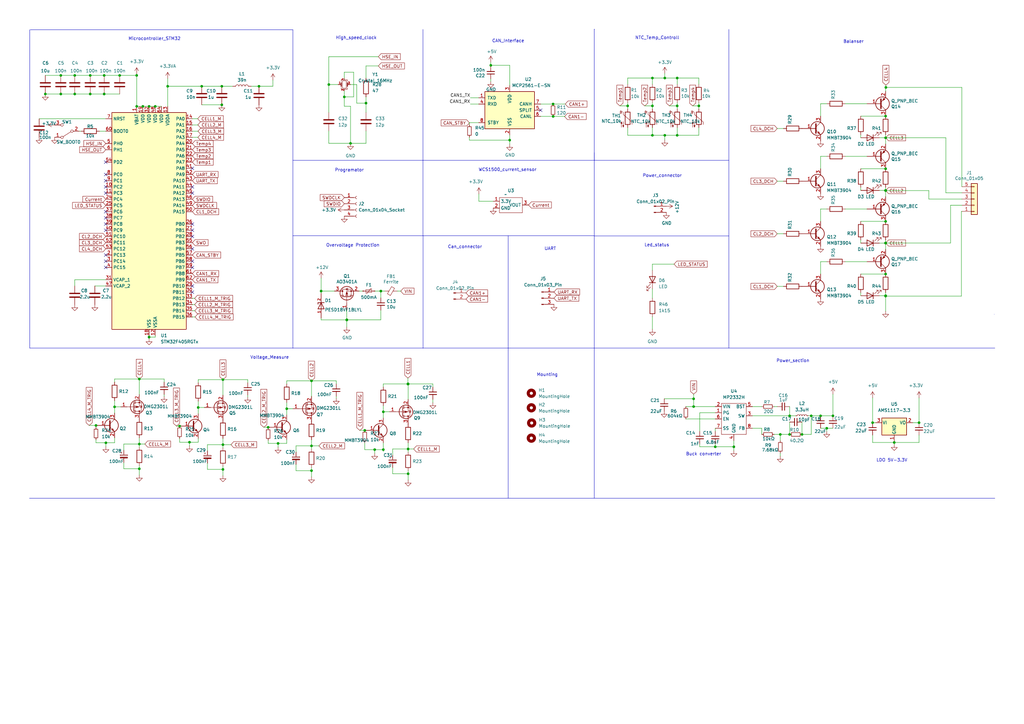
<source format=kicad_sch>
(kicad_sch (version 20230121) (generator eeschema)
  (paper "A3")
  (lib_symbols
    (symbol "Connector:Conn_01x02_Pin" (pin_names (offset 1.016) hide)
      (property "Reference" "J" (at 0 2.54 0))
      (property "Value" "Conn_01x02_Pin" (at 0 -5.08 0))
      (symbol "Conn_01x02_Pin_1_1"
        (pin passive line (at 5.08 0 180) (length 3.81) (name "Pin_1") (number "1"))
        (pin passive line (at 5.08 -2.54 180) (length 3.81) (name "Pin_2") (number "2"))
      )
    )
    (symbol "Connector:Conn_01x03_Pin" (pin_names (offset 1.016) hide)
      (property "Reference" "J" (at 0 5.08 0))
      (property "Value" "Conn_01x03_Pin" (at 0 -5.08 0))
      (symbol "Conn_01x03_Pin_1_1"
        (pin passive line (at 5.08 2.54 180) (length 3.81) (name "Pin_1") (number "1"))
        (pin passive line (at 5.08 0 180) (length 3.81) (name "Pin_2") (number "2"))
        (pin passive line (at 5.08 -2.54 180) (length 3.81) (name "Pin_3") (number "3"))
      )
    )
    (symbol "Connector:Conn_01x04_Socket" (pin_names (offset 1.016) hide)
      (property "Reference" "J" (at 0 5.08 0))
      (property "Value" "Conn_01x04_Socket" (at 0 -7.62 0))
      (symbol "Conn_01x04_Socket_1_1"
        (pin passive line (at -5.08 2.54 0) (length 3.81) (name "Pin_1") (number "1"))
        (pin passive line (at -5.08 0 0) (length 3.81) (name "Pin_2") (number "2"))
        (pin passive line (at -5.08 -2.54 0) (length 3.81) (name "Pin_3") (number "3"))
        (pin passive line (at -5.08 -5.08 0) (length 3.81) (name "Pin_4") (number "4"))
      )
    )
    (symbol "Connector_Generic:Conn_01x05" (pin_names (offset 1.016) hide)
      (property "Reference" "J" (at 0 7.62 0))
      (property "Value" "Conn_01x05" (at 0 -7.62 0))
      (symbol "Conn_01x05_1_1"
        (pin passive line (at -5.08 5.08 0) (length 3.81) (name "Pin_1") (number "1"))
        (pin passive line (at -5.08 2.54 0) (length 3.81) (name "Pin_2") (number "2"))
        (pin passive line (at -5.08 0 0) (length 3.81) (name "Pin_3") (number "3"))
        (pin passive line (at -5.08 -2.54 0) (length 3.81) (name "Pin_4") (number "4"))
        (pin passive line (at -5.08 -5.08 0) (length 3.81) (name "Pin_5") (number "5"))
      )
    )
    (symbol "D_TVS_UNI:SMBJ58A" (pin_names (offset 1.016))
      (property "Reference" "D102" (at 2.54 1.2701 90))
      (property "Value" "PESD18VF1BLYL" (at 2.54 -1.2699 90))
      (symbol "SMBJ58A_0_0"
        (pin passive line (at 5.08 0 180) (length 5.08) (name "~") (number "1"))
        (pin passive line (at -5.08 0 0) (length 5.08) (name "~") (number "2"))
      )
    )
    (symbol "Device:C" (pin_numbers hide) (pin_names (offset 0.254))
      (property "Reference" "C" (at 0.635 2.54 0))
      (property "Value" "C" (at 0.635 -2.54 0))
      (symbol "C_1_1"
        (pin passive line (at 0 3.81 270) (length 2.794) (name "~") (number "1"))
        (pin passive line (at 0 -3.81 90) (length 2.794) (name "~") (number "2"))
      )
    )
    (symbol "Device:C_Polarized_Small" (pin_numbers hide) (pin_names (offset 0.254) hide)
      (property "Reference" "C" (at 0.254 1.778 0))
      (property "Value" "C_Polarized_Small" (at 0.254 -2.032 0))
      (symbol "C_Polarized_Small_1_1"
        (pin passive line (at 0 2.54 270) (length 1.8542) (name "~") (number "1"))
        (pin passive line (at 0 -2.54 90) (length 1.8542) (name "~") (number "2"))
      )
    )
    (symbol "Device:C_Small" (pin_numbers hide) (pin_names (offset 0.254) hide)
      (property "Reference" "C" (at 0.254 1.778 0))
      (property "Value" "C_Small" (at 0.254 -2.032 0))
      (symbol "C_Small_1_1"
        (pin passive line (at 0 2.54 270) (length 2.032) (name "~") (number "1"))
        (pin passive line (at 0 -2.54 90) (length 2.032) (name "~") (number "2"))
      )
    )
    (symbol "Device:Crystal_GND24_Small" (pin_names (offset 1.016) hide)
      (property "Reference" "Y" (at 1.27 4.445 0))
      (property "Value" "Crystal_GND24_Small" (at 1.27 2.54 0))
      (symbol "Crystal_GND24_Small_1_1"
        (pin passive line (at -2.54 0 0) (length 1.27) (name "1") (number "1"))
        (pin passive line (at 0 -2.54 90) (length 0.635) (name "2") (number "2"))
        (pin passive line (at 2.54 0 180) (length 1.27) (name "3") (number "3"))
        (pin passive line (at 0 2.54 270) (length 0.635) (name "4") (number "4"))
      )
    )
    (symbol "Device:Ferrite_Bead_Small" (pin_numbers hide) (pin_names (offset 0))
      (property "Reference" "FB" (at 1.905 1.27 0))
      (property "Value" "Device_Ferrite_Bead_Small" (at 1.905 -1.27 0))
      (symbol "Ferrite_Bead_Small_1_1"
        (pin passive line (at 0 2.54 270) (length 1.27) (name "~") (number "1"))
        (pin passive line (at 0 -2.54 90) (length 1.27) (name "~") (number "2"))
      )
    )
    (symbol "Device:L" (pin_numbers hide) (pin_names (offset 1.016) hide)
      (property "Reference" "L" (at -1.27 0 90))
      (property "Value" "L" (at 1.905 0 90))
      (symbol "L_1_1"
        (pin passive line (at 0 3.81 270) (length 1.27) (name "1") (number "1"))
        (pin passive line (at 0 -3.81 90) (length 1.27) (name "2") (number "2"))
      )
    )
    (symbol "Device:LED" (pin_numbers hide) (pin_names (offset 1.016) hide)
      (property "Reference" "D" (at 0 2.54 0))
      (property "Value" "LED" (at 0 -2.54 0))
      (symbol "LED_1_1"
        (pin passive line (at -3.81 0 0) (length 2.54) (name "K") (number "1"))
        (pin passive line (at 3.81 0 180) (length 2.54) (name "A") (number "2"))
      )
    )
    (symbol "Device:L_Small" (pin_numbers hide) (pin_names (offset 0.254) hide)
      (property "Reference" "L" (at 0.762 1.016 0))
      (property "Value" "L_Small" (at 0.762 -1.016 0))
      (symbol "L_Small_1_1"
        (pin passive line (at 0 2.54 270) (length 0.508) (name "~") (number "1"))
        (pin passive line (at 0 -2.54 90) (length 0.508) (name "~") (number "2"))
      )
    )
    (symbol "Device:Polyfuse_Small" (pin_numbers hide) (pin_names (offset 0))
      (property "Reference" "F" (at -1.905 0 90))
      (property "Value" "Polyfuse_Small" (at 1.905 0 90))
      (symbol "Polyfuse_Small_1_1"
        (pin passive line (at 0 2.54 270) (length 0.635) (name "~") (number "1"))
        (pin passive line (at 0 -2.54 90) (length 0.635) (name "~") (number "2"))
      )
    )
    (symbol "Device:Q_PNP_BEC" (pin_names (offset 0) hide)
      (property "Reference" "Q" (at 5.08 1.27 0))
      (property "Value" "Q_PNP_BEC" (at 5.08 -1.27 0))
      (symbol "Q_PNP_BEC_1_1"
        (pin input line (at -5.08 0 0) (length 5.715) (name "B") (number "1"))
        (pin passive line (at 2.54 -5.08 90) (length 2.54) (name "E") (number "2"))
        (pin passive line (at 2.54 5.08 270) (length 2.54) (name "C") (number "3"))
      )
    )
    (symbol "Device:R" (pin_numbers hide) (pin_names (offset 0))
      (property "Reference" "R" (at 2.032 0 90))
      (property "Value" "R" (at 0 0 90))
      (symbol "R_1_1"
        (pin passive line (at 0 3.81 270) (length 1.27) (name "~") (number "1"))
        (pin passive line (at 0 -3.81 90) (length 1.27) (name "~") (number "2"))
      )
    )
    (symbol "Device:R_Small" (pin_numbers hide) (pin_names (offset 0.254) hide)
      (property "Reference" "R" (at 0.762 0.508 0))
      (property "Value" "R_Small" (at 0.762 -1.016 0))
      (symbol "R_Small_1_1"
        (pin passive line (at 0 2.54 270) (length 0.762) (name "~") (number "1"))
        (pin passive line (at 0 -2.54 90) (length 0.762) (name "~") (number "2"))
      )
    )
    (symbol "Device:Thermistor_NTC" (pin_numbers hide) (pin_names (offset 0))
      (property "Reference" "TH" (at -4.445 0 90))
      (property "Value" "Thermistor_NTC" (at 3.175 0 90))
      (symbol "Thermistor_NTC_1_1"
        (pin passive line (at 0 3.81 270) (length 1.27) (name "~") (number "1"))
        (pin passive line (at 0 -3.81 90) (length 1.27) (name "~") (number "2"))
      )
    )
    (symbol "Interface_CAN_LIN:MCP2561-E-SN" (pin_names (offset 1.016))
      (property "Reference" "U" (at -10.16 8.89 0))
      (property "Value" "MCP2561-E-SN" (at 2.54 8.89 0))
      (symbol "MCP2561-E-SN_1_1"
        (pin input line (at -12.7 5.08 0) (length 2.54) (name "TXD") (number "1"))
        (pin power_in line (at 0 -10.16 90) (length 2.54) (name "VSS") (number "2"))
        (pin power_in line (at 0 10.16 270) (length 2.54) (name "VDD") (number "3"))
        (pin output line (at -12.7 2.54 0) (length 2.54) (name "RXD") (number "4"))
        (pin passive line (at 12.7 0 180) (length 2.54) (name "SPLIT") (number "5"))
        (pin bidirectional line (at 12.7 -2.54 180) (length 2.54) (name "CANL") (number "6"))
        (pin bidirectional line (at 12.7 2.54 180) (length 2.54) (name "CANH") (number "7"))
        (pin input line (at -12.7 -5.08 0) (length 2.54) (name "STBY") (number "8"))
      )
    )
    (symbol "MCU_ST_STM32F4:STM32F405RGTx"
      (property "Reference" "U" (at -15.24 46.99 0))
      (property "Value" "STM32F405RGTx" (at 10.16 46.99 0))
      (symbol "STM32F405RGTx_1_1"
        (pin power_in line (at -5.08 48.26 270) (length 2.54) (name "VBAT") (number "1"))
        (pin bidirectional line (at -17.78 15.24 0) (length 2.54) (name "PC2") (number "10"))
        (pin bidirectional line (at -17.78 12.7 0) (length 2.54) (name "PC3") (number "11"))
        (pin power_in line (at 2.54 -45.72 90) (length 2.54) (name "VSSA") (number "12"))
        (pin power_in line (at 7.62 48.26 270) (length 2.54) (name "VDDA") (number "13"))
        (pin bidirectional line (at 17.78 43.18 180) (length 2.54) (name "PA0") (number "14"))
        (pin bidirectional line (at 17.78 40.64 180) (length 2.54) (name "PA1") (number "15"))
        (pin bidirectional line (at 17.78 38.1 180) (length 2.54) (name "PA2") (number "16"))
        (pin bidirectional line (at 17.78 35.56 180) (length 2.54) (name "PA3") (number "17"))
        (pin power_in line (at 0 -45.72 90) (length 2.54) (name "VSS") (number "18"))
        (pin power_in line (at -2.54 48.26 270) (length 2.54) (name "VDD") (number "19"))
        (pin bidirectional line (at -17.78 -12.7 0) (length 2.54) (name "PC13") (number "2"))
        (pin bidirectional line (at 17.78 33.02 180) (length 2.54) (name "PA4") (number "20"))
        (pin bidirectional line (at 17.78 30.48 180) (length 2.54) (name "PA5") (number "21"))
        (pin bidirectional line (at 17.78 27.94 180) (length 2.54) (name "PA6") (number "22"))
        (pin bidirectional line (at 17.78 25.4 180) (length 2.54) (name "PA7") (number "23"))
        (pin bidirectional line (at -17.78 10.16 0) (length 2.54) (name "PC4") (number "24"))
        (pin bidirectional line (at -17.78 7.62 0) (length 2.54) (name "PC5") (number "25"))
        (pin bidirectional line (at 17.78 0 180) (length 2.54) (name "PB0") (number "26"))
        (pin bidirectional line (at 17.78 -2.54 180) (length 2.54) (name "PB1") (number "27"))
        (pin bidirectional line (at 17.78 -5.08 180) (length 2.54) (name "PB2") (number "28"))
        (pin bidirectional line (at 17.78 -25.4 180) (length 2.54) (name "PB10") (number "29"))
        (pin bidirectional line (at -17.78 -15.24 0) (length 2.54) (name "PC14") (number "3"))
        (pin bidirectional line (at 17.78 -27.94 180) (length 2.54) (name "PB11") (number "30"))
        (pin power_out line (at -17.78 -22.86 0) (length 2.54) (name "VCAP_1") (number "31"))
        (pin power_in line (at 0 48.26 270) (length 2.54) (name "VDD") (number "32"))
        (pin bidirectional line (at 17.78 -30.48 180) (length 2.54) (name "PB12") (number "33"))
        (pin bidirectional line (at 17.78 -33.02 180) (length 2.54) (name "PB13") (number "34"))
        (pin bidirectional line (at 17.78 -35.56 180) (length 2.54) (name "PB14") (number "35"))
        (pin bidirectional line (at 17.78 -38.1 180) (length 2.54) (name "PB15") (number "36"))
        (pin bidirectional line (at -17.78 5.08 0) (length 2.54) (name "PC6") (number "37"))
        (pin bidirectional line (at -17.78 2.54 0) (length 2.54) (name "PC7") (number "38"))
        (pin bidirectional line (at -17.78 0 0) (length 2.54) (name "PC8") (number "39"))
        (pin bidirectional line (at -17.78 -17.78 0) (length 2.54) (name "PC15") (number "4"))
        (pin bidirectional line (at -17.78 -2.54 0) (length 2.54) (name "PC9") (number "40"))
        (pin bidirectional line (at 17.78 22.86 180) (length 2.54) (name "PA8") (number "41"))
        (pin bidirectional line (at 17.78 20.32 180) (length 2.54) (name "PA9") (number "42"))
        (pin bidirectional line (at 17.78 17.78 180) (length 2.54) (name "PA10") (number "43"))
        (pin bidirectional line (at 17.78 15.24 180) (length 2.54) (name "PA11") (number "44"))
        (pin bidirectional line (at 17.78 12.7 180) (length 2.54) (name "PA12") (number "45"))
        (pin bidirectional line (at 17.78 10.16 180) (length 2.54) (name "PA13") (number "46"))
        (pin power_out line (at -17.78 -25.4 0) (length 2.54) (name "VCAP_2") (number "47"))
        (pin power_in line (at 2.54 48.26 270) (length 2.54) (name "VDD") (number "48"))
        (pin bidirectional line (at 17.78 7.62 180) (length 2.54) (name "PA14") (number "49"))
        (pin bidirectional line (at -17.78 33.02 0) (length 2.54) (name "PH0") (number "5"))
        (pin bidirectional line (at 17.78 5.08 180) (length 2.54) (name "PA15") (number "50"))
        (pin bidirectional line (at -17.78 -5.08 0) (length 2.54) (name "PC10") (number "51"))
        (pin bidirectional line (at -17.78 -7.62 0) (length 2.54) (name "PC11") (number "52"))
        (pin bidirectional line (at -17.78 -10.16 0) (length 2.54) (name "PC12") (number "53"))
        (pin bidirectional line (at -17.78 25.4 0) (length 2.54) (name "PD2") (number "54"))
        (pin bidirectional line (at 17.78 -7.62 180) (length 2.54) (name "PB3") (number "55"))
        (pin bidirectional line (at 17.78 -10.16 180) (length 2.54) (name "PB4") (number "56"))
        (pin bidirectional line (at 17.78 -12.7 180) (length 2.54) (name "PB5") (number "57"))
        (pin bidirectional line (at 17.78 -15.24 180) (length 2.54) (name "PB6") (number "58"))
        (pin bidirectional line (at 17.78 -17.78 180) (length 2.54) (name "PB7") (number "59"))
        (pin bidirectional line (at -17.78 30.48 0) (length 2.54) (name "PH1") (number "6"))
        (pin input line (at -17.78 38.1 0) (length 2.54) (name "BOOT0") (number "60"))
        (pin bidirectional line (at 17.78 -20.32 180) (length 2.54) (name "PB8") (number "61"))
        (pin bidirectional line (at 17.78 -22.86 180) (length 2.54) (name "PB9") (number "62"))
        (pin passive line (at 0 -45.72 90) (length 2.54) hide (name "VSS") (number "63"))
        (pin power_in line (at 5.08 48.26 270) (length 2.54) (name "VDD") (number "64"))
        (pin input line (at -17.78 43.18 0) (length 2.54) (name "NRST") (number "7"))
        (pin bidirectional line (at -17.78 20.32 0) (length 2.54) (name "PC0") (number "8"))
        (pin bidirectional line (at -17.78 17.78 0) (length 2.54) (name "PC1") (number "9"))
      )
    )
    (symbol "MP2332:MP2332H"
      (property "Reference" "U" (at 0 8.89 0))
      (property "Value" "MP2332H" (at 0 6.35 0))
      (symbol "MP2332H_1_1"
        (pin passive line (at -7.62 1.27 0) (length 2.54) (name "PG") (number "1"))
        (pin passive line (at -7.62 3.81 0) (length 2.54) (name "VIN") (number "2"))
        (pin passive line (at 7.62 0 180) (length 2.54) (name "SW") (number "3"))
        (pin passive line (at 0 -10.16 90) (length 2.54) (name "GND") (number "4"))
        (pin passive line (at 7.62 3.81 180) (length 2.54) (name "BST") (number "5"))
        (pin passive line (at -7.62 -1.27 0) (length 2.54) (name "EN") (number "6"))
        (pin passive line (at -7.62 -5.08 0) (length 2.54) (name "SS") (number "7"))
        (pin passive line (at 7.62 -5.08 180) (length 2.54) (name "FB") (number "8"))
      )
    )
    (symbol "Mechanical:MountingHole" (pin_names (offset 1.016))
      (property "Reference" "H" (at 0 5.08 0))
      (property "Value" "MountingHole" (at 0 3.175 0))
    )
    (symbol "Regulator_Linear:AMS1117-3.3" (pin_names (offset 0.254))
      (property "Reference" "U" (at -3.81 3.175 0))
      (property "Value" "AMS1117-3.3" (at 0 3.175 0))
      (symbol "AMS1117-3.3_1_1"
        (pin power_in line (at 0 -7.62 90) (length 2.54) (name "GND") (number "1"))
        (pin power_out line (at 7.62 0 180) (length 2.54) (name "VO") (number "2"))
        (pin power_in line (at -7.62 0 0) (length 2.54) (name "VI") (number "3"))
      )
    )
    (symbol "Switch:SW_SPDT" (pin_names (offset 0) hide)
      (property "Reference" "SW" (at 0 4.318 0))
      (property "Value" "SW_SPDT" (at 0 -5.08 0))
      (symbol "SW_SPDT_1_1"
        (pin passive line (at 5.08 2.54 180) (length 2.54) (name "A") (number "1"))
        (pin passive line (at -5.08 0 0) (length 2.54) (name "B") (number "2"))
        (pin passive line (at 5.08 -2.54 180) (length 2.54) (name "C") (number "3"))
      )
    )
    (symbol "Transistor_BJT:MMBT3904" (pin_names (offset 0) hide)
      (property "Reference" "Q" (at 5.08 1.905 0))
      (property "Value" "MMBT3904" (at 5.08 0 0))
      (symbol "MMBT3904_1_1"
        (pin input line (at -5.08 0 0) (length 5.715) (name "B") (number "1"))
        (pin passive line (at 2.54 -5.08 90) (length 2.54) (name "E") (number "2"))
        (pin passive line (at 2.54 5.08 270) (length 2.54) (name "C") (number "3"))
      )
    )
    (symbol "Transistor_FET:AO3401A" (pin_names hide)
      (property "Reference" "Q" (at 5.08 1.905 0))
      (property "Value" "AO3401A" (at 5.08 0 0))
      (symbol "AO3401A_1_1"
        (pin input line (at -5.08 0 0) (length 2.54) (name "G") (number "1"))
        (pin passive line (at 2.54 -5.08 90) (length 2.54) (name "S") (number "2"))
        (pin passive line (at 2.54 5.08 270) (length 2.54) (name "D") (number "3"))
      )
    )
    (symbol "Transistor_FET:DMG2301L" (pin_names hide)
      (property "Reference" "Q" (at 5.08 1.905 0))
      (property "Value" "DMG2301L" (at 5.08 0 0))
      (symbol "DMG2301L_1_1"
        (pin input line (at -5.08 0 0) (length 2.54) (name "G") (number "1"))
        (pin passive line (at 2.54 -5.08 90) (length 2.54) (name "S") (number "2"))
        (pin passive line (at 2.54 5.08 270) (length 2.54) (name "D") (number "3"))
      )
    )
    (symbol "WCS1500:WCS1500"
      (property "Reference" "U" (at 2.032 -0.254 0))
      (symbol "WCS1500_1_1"
        (pin power_in line (at -5.08 -2.794 0) (length 2.54) (name "3.3V") (number "1"))
        (pin power_out line (at -5.08 -5.588 0) (length 2.54) (name "GND") (number "2"))
        (pin output line (at 9.398 -4.318 180) (length 2.54) (name "VOUT") (number "3"))
      )
    )
    (symbol "power:+12V" (power) (pin_names (offset 0))
      (property "Value" "+12V" (at 0 3.556 0))
      (symbol "+12V_1_1"
        (pin power_in line (at 0 0 90) (length 0) hide (name "+12V") (number "1"))
      )
    )
    (symbol "power:+3.3V" (power) (pin_names (offset 0))
      (property "Value" "+3.3V" (at 0 3.556 0))
      (symbol "+3.3V_1_1"
        (pin power_in line (at 0 0 90) (length 0) hide (name "+3.3V") (number "1"))
      )
    )
    (symbol "power:+3.3VA" (power) (pin_names (offset 0))
      (property "Value" "+3.3VA" (at 0 3.556 0))
      (symbol "+3.3VA_1_1"
        (pin power_in line (at 0 0 90) (length 0) hide (name "+3.3VA") (number "1"))
      )
    )
    (symbol "power:+5V" (power) (pin_names (offset 0))
      (property "Value" "+5V" (at 0 3.556 0))
      (symbol "+5V_1_1"
        (pin power_in line (at 0 0 90) (length 0) hide (name "+5V") (number "1"))
      )
    )
    (symbol "power:GND" (power) (pin_names (offset 0))
      (property "Value" "GND" (at 0 -3.81 0))
      (symbol "GND_1_1"
        (pin power_in line (at 0 0 270) (length 0) hide (name "GND") (number "1"))
      )
    )
  )
  (junction (at 363.22 69.215))
  (junction (at 153.67 184.404))
  (junction (at 57.15 155.448))
  (junction (at 363.22 78.1511))
  (junction (at 376.936 173.355))
  (junction (at 167.386 157.48))
  (junction (at 167.386 184.15))
  (junction (at 272.669 55.499))
  (junction (at 149.606 176.53))
  (junction (at 61.1385 43.6365))
  (junction (at 363.22 90.805))
  (junction (at 37.0085 30.9365))
  (junction (at 58.5985 43.6365))
  (junction (at 357.886 173.355))
  (junction (at 81.28 167.132))
  (junction (at 284.48 166.751))
  (junction (at 339.09 175.641))
  (junction (at 91.44 155.702))
  (junction (at 267.589 55.499))
  (junction (at 91.44 192.532))
  (junction (at 320.04 178.181))
  (junction (at 277.749 43.434))
  (junction (at 363.22 112.395))
  (junction (at 226.8728 47.752))
  (junction (at 18.5935 38.5565))
  (junction (at 267.589 32.004))
  (junction (at 30.6585 38.5565))
  (junction (at 49.0735 30.9365))
  (junction (at 156.21 119.38))
  (junction (at 366.776 181.483))
  (junction (at 56.0585 43.6365))
  (junction (at 363.22 121.285))
  (junction (at 363.22 121.4374))
  (junction (at 30.6585 30.9365))
  (junction (at 61.1385 138.2515))
  (junction (at 127.762 182.88))
  (junction (at 167.386 194.31))
  (junction (at 91.44 182.372))
  (junction (at 143.764 58.801))
  (junction (at 117.602 167.64))
  (junction (at 37.0085 38.5565))
  (junction (at 157.226 184.404))
  (junction (at 341.63 170.561))
  (junction (at 82.7285 35.3815))
  (junction (at 42.7235 30.9365))
  (junction (at 328.93 178.181))
  (junction (at 127.762 156.21))
  (junction (at 150.114 42.291))
  (junction (at 63.6785 43.6365))
  (junction (at 142.24 131.191))
  (junction (at 24.9435 30.9365))
  (junction (at 141.224 39.751))
  (junction (at 57.15 192.278))
  (junction (at 209.042 57.4642))
  (junction (at 286.639 43.434))
  (junction (at 363.22 99.695))
  (junction (at 363.22 47.625))
  (junction (at 90.9835 43.0015))
  (junction (at 131.699 119.38))
  (junction (at 363.347 35.8648))
  (junction (at 363.22 78.105))
  (junction (at 134.874 34.671))
  (junction (at 46.99 166.878))
  (junction (at 284.48 163.576))
  (junction (at 43.434 181.61))
  (junction (at 336.55 170.561))
  (junction (at 332.74 170.561))
  (junction (at 226.8474 42.672))
  (junction (at 167.3098 157.48))
  (junction (at 323.85 178.181))
  (junction (at 42.7235 38.5565))
  (junction (at 127.762 193.04))
  (junction (at 57.15 182.118))
  (junction (at 277.749 55.499))
  (junction (at 293.37 183.261))
  (junction (at 24.9435 38.5565))
  (junction (at 68.7585 35.3815))
  (junction (at 106.2235 35.3815))
  (junction (at 56.0585 30.9365))
  (junction (at 157.226 168.91))
  (junction (at 363.22 56.515))
  (junction (at 73.66 174.752))
  (junction (at 201.295 26.797))
  (junction (at 142.24 131.216))
  (junction (at 277.749 32.004))
  (junction (at 272.669 32.004))
  (junction (at 77.724 181.356))
  (junction (at 363.22 99.6678))
  (junction (at 323.85 170.561))
  (junction (at 114.046 181.864))
  (junction (at 257.429 43.434))
  (junction (at 39.37 174.498))
  (junction (at 90.9835 35.3815))
  (junction (at 267.589 43.434))
  (junction (at 109.982 175.26))
  (junction (at 300.99 183.261))
  (no_connect (at 43.3585 94.4365))
  (no_connect (at 78.9185 79.1965))
  (no_connect (at 78.9185 102.0565))
  (no_connect (at 43.3585 109.6765))
  (no_connect (at 78.9185 107.1365))
  (no_connect (at 43.3585 79.1965))
  (no_connect (at 43.3585 66.4965))
  (no_connect (at 43.3585 91.8965))
  (no_connect (at 78.9185 117.2965))
  (no_connect (at 78.9185 96.9765))
  (no_connect (at 43.3585 74.1165))
  (no_connect (at 43.3585 89.3565))
  (no_connect (at 78.9185 109.6765))
  (no_connect (at 221.742 45.212))
  (no_connect (at 43.3585 104.5965))
  (no_connect (at 78.9185 119.8365))
  (no_connect (at 43.3585 76.6565))
  (no_connect (at 43.3585 86.8165))
  (no_connect (at 78.9185 69.0365))
  (no_connect (at 78.9185 91.8965))
  (no_connect (at 78.9185 76.6565))
  (no_connect (at 43.3585 107.1365))
  (no_connect (at 43.3585 71.5765))
  (no_connect (at 78.9185 94.4365))
  (wire (pts (xy 201.295 25.527) (xy 201.295 26.797)))
  (wire (pts (xy 353.06 47.625) (xy 363.22 47.625)))
  (wire (pts (xy 150.114 32.131) (xy 150.114 27.051)))
  (wire (pts (xy 121.412 185.42) (xy 121.412 182.88)))
  (wire (pts (xy 366.776 181.483) (xy 357.886 181.483)))
  (wire (pts (xy 323.85 166.751) (xy 323.85 170.561)))
  (wire (pts (xy 18.5935 38.5565) (xy 24.9435 38.5565)))
  (wire (pts (xy 363.347 35.8648) (xy 363.22 35.8648)))
  (wire (pts (xy 339.09 42.545) (xy 336.55 42.545)))
  (wire (pts (xy 108.204 175.26) (xy 109.982 175.26)))
  (wire (pts (xy 284.099 43.434) (xy 286.639 43.434)))
  (wire (pts (xy 134.874 23.241) (xy 155.194 23.241)))
  (wire (pts (xy 257.429 32.004) (xy 257.429 34.544)))
  (wire (pts (xy 145.034 29.591) (xy 145.034 39.751)))
  (wire (pts (xy 57.15 192.278) (xy 57.15 194.818)))
  (wire (pts (xy 46.99 166.878) (xy 46.99 164.338)))
  (wire (pts (xy 78.9185 124.9172) (xy 78.9185 124.9165)))
  (wire (pts (xy 192.913 40.132) (xy 196.342 40.132)))
  (wire (pts (xy 143.764 58.801) (xy 134.874 58.801)))
  (wire (pts (xy 61.1385 137.6165) (xy 61.1385 138.2515)))
  (wire (pts (xy 202.311 82.55) (xy 196.4182 82.55)))
  (wire (pts (xy 150.114 53.721) (xy 150.114 58.801)))
  (wire (pts (xy 79.8322 124.9172) (xy 78.9185 124.9172)))
  (polyline (pts (xy 120.142 142.748) (xy 408.051 142.748)))
  (wire (pts (xy 192.532 50.292) (xy 192.532 51.181)))
  (wire (pts (xy 50.8 184.658) (xy 50.8 182.118)))
  (wire (pts (xy 156.21 119.38) (xy 157.861 119.38)))
  (polyline (pts (xy 243.713 142.748) (xy 243.713 96.774)))
  (wire (pts (xy 157.226 157.48) (xy 157.226 158.75)))
  (wire (pts (xy 153.797 119.38) (xy 156.21 119.38)))
  (wire (pts (xy 156.21 127.254) (xy 156.21 131.191)))
  (wire (pts (xy 127.762 182.88) (xy 127.762 184.15)))
  (wire (pts (xy 201.295 26.797) (xy 201.295 27.305)))
  (wire (pts (xy 267.589 55.499) (xy 272.669 55.499)))
  (wire (pts (xy 231.6226 47.7774) (xy 231.6226 47.752)))
  (wire (pts (xy 332.74 178.181) (xy 332.74 170.561)))
  (wire (pts (xy 366.776 182.245) (xy 366.776 181.483)))
  (wire (pts (xy 46.99 155.448) (xy 46.99 156.718)))
  (wire (pts (xy 209.042 57.4642) (xy 192.532 57.4642)))
  (wire (pts (xy 127.762 191.77) (xy 127.762 193.04)))
  (wire (pts (xy 153.67 185.928) (xy 153.67 184.404)))
  (wire (pts (xy 91.44 155.702) (xy 81.28 155.702)))
  (wire (pts (xy 226.822 42.6466) (xy 226.8474 42.6466)))
  (wire (pts (xy 167.386 194.31) (xy 167.386 196.85)))
  (wire (pts (xy 363.22 55.245) (xy 363.22 56.515)))
  (wire (pts (xy 150.114 39.751) (xy 150.114 42.291)))
  (wire (pts (xy 78.9185 127.4572) (xy 78.9185 127.4565)))
  (wire (pts (xy 127.762 180.34) (xy 127.762 182.88)))
  (wire (pts (xy 18.5935 30.9365) (xy 24.9435 30.9365)))
  (wire (pts (xy 346.71 85.725) (xy 355.6 85.725)))
  (wire (pts (xy 50.8 182.118) (xy 57.15 182.118)))
  (wire (pts (xy 380.9746 81.6356) (xy 394.5128 81.6356)))
  (wire (pts (xy 267.589 32.004) (xy 267.589 34.544)))
  (wire (pts (xy 286.639 43.434) (xy 286.639 44.704)))
  (wire (pts (xy 46.99 169.418) (xy 46.99 166.878)))
  (wire (pts (xy 30.6585 117.2965) (xy 30.6585 114.7565)))
  (wire (pts (xy 109.982 181.864) (xy 114.046 181.864)))
  (wire (pts (xy 85.09 192.532) (xy 91.44 192.532)))
  (wire (pts (xy 376.936 181.483) (xy 366.776 181.483)))
  (wire (pts (xy 142.24 131.191) (xy 142.24 131.216)))
  (wire (pts (xy 320.04 178.181) (xy 323.85 178.181)))
  (wire (pts (xy 318.77 95.885) (xy 321.31 95.885)))
  (wire (pts (xy 380.9746 78.1511) (xy 380.9746 81.6356)))
  (wire (pts (xy 157.226 157.48) (xy 167.3098 157.48)))
  (polyline (pts (xy 298.958 96.774) (xy 243.713 96.774)))
  (wire (pts (xy 346.71 107.315) (xy 355.6 107.315)))
  (wire (pts (xy 164.3634 119.38) (xy 164.3634 119.4054)))
  (wire (pts (xy 286.639 52.324) (xy 286.639 55.499)))
  (wire (pts (xy 109.982 175.26) (xy 109.982 175.514)))
  (wire (pts (xy 363.22 98.425) (xy 363.22 99.6678)))
  (wire (pts (xy 32.5635 53.7965) (xy 33.1985 53.7965)))
  (wire (pts (xy 360.68 99.695) (xy 363.22 99.695)))
  (wire (pts (xy 336.55 175.641) (xy 339.09 175.641)))
  (wire (pts (xy 46.99 181.61) (xy 46.99 179.578)))
  (wire (pts (xy 360.68 56.515) (xy 363.22 56.515)))
  (wire (pts (xy 221.742 42.672) (xy 226.8474 42.672)))
  (wire (pts (xy 37.0085 30.9365) (xy 42.7235 30.9365)))
  (wire (pts (xy 61.1385 43.6365) (xy 63.6785 43.6365)))
  (wire (pts (xy 121.412 182.88) (xy 127.762 182.88)))
  (polyline (pts (xy 243.713 12.065) (xy 243.84 12.065)))
  (wire (pts (xy 363.22 78.1511) (xy 363.22 80.645)))
  (wire (pts (xy 43.434 183.134) (xy 43.434 181.61)))
  (wire (pts (xy 209.042 55.372) (xy 209.042 57.4642)))
  (wire (pts (xy 167.386 163.83) (xy 167.386 157.48)))
  (wire (pts (xy 353.06 98.425) (xy 353.06 99.695)))
  (wire (pts (xy 117.602 156.21) (xy 117.602 157.48)))
  (wire (pts (xy 209.042 57.4642) (xy 209.042 59.182)))
  (wire (pts (xy 277.749 52.324) (xy 277.749 55.499)))
  (wire (pts (xy 82.7285 35.3815) (xy 90.9835 35.3815)))
  (wire (pts (xy 287.02 183.261) (xy 287.02 181.991)))
  (wire (pts (xy 142.24 131.191) (xy 156.21 131.191)))
  (polyline (pts (xy 243.713 142.748) (xy 243.713 204.343)))
  (wire (pts (xy 42.7235 38.5565) (xy 49.0735 38.5565)))
  (wire (pts (xy 346.71 42.545) (xy 355.6 42.545)))
  (wire (pts (xy 293.37 183.261) (xy 300.99 183.261)))
  (wire (pts (xy 39.37 181.61) (xy 43.434 181.61)))
  (wire (pts (xy 81.0768 48.7165) (xy 81.0768 48.6918)))
  (wire (pts (xy 277.749 32.004) (xy 286.639 32.004)))
  (polyline (pts (xy 12.192 142.748) (xy 12.192 12.192)))
  (wire (pts (xy 141.224 29.591) (xy 145.034 29.591)))
  (wire (pts (xy 336.55 85.725) (xy 336.55 90.805)))
  (wire (pts (xy 339.09 64.135) (xy 336.55 64.135)))
  (wire (pts (xy 257.429 43.434) (xy 257.429 44.704)))
  (wire (pts (xy 293.37 176.911) (xy 293.37 175.641)))
  (wire (pts (xy 73.66 181.356) (xy 77.724 181.356)))
  (wire (pts (xy 267.589 52.324) (xy 267.589 55.499)))
  (polyline (pts (xy 243.713 96.774) (xy 243.713 65.786)))
  (wire (pts (xy 131.699 131.216) (xy 131.699 130.4798)))
  (wire (pts (xy 134.874 34.671) (xy 134.874 23.241)))
  (wire (pts (xy 308.61 175.641) (xy 312.42 175.641)))
  (wire (pts (xy 339.09 107.315) (xy 336.55 107.315)))
  (wire (pts (xy 157.226 171.45) (xy 157.226 168.91)))
  (wire (pts (xy 387.9596 56.515) (xy 387.9596 79.0956)))
  (wire (pts (xy 43.434 181.61) (xy 46.99 181.61)))
  (wire (pts (xy 141.224 32.131) (xy 141.224 29.591)))
  (wire (pts (xy 85.09 189.992) (xy 85.09 192.532)))
  (wire (pts (xy 363.347 35.8648) (xy 394.5128 35.8648)))
  (wire (pts (xy 68.7585 32.2065) (xy 68.7585 35.3815)))
  (wire (pts (xy 286.639 32.004) (xy 286.639 34.544)))
  (polyline (pts (xy 243.84 65.786) (xy 173.482 65.786)))
  (wire (pts (xy 161.036 186.69) (xy 161.036 184.15)))
  (wire (pts (xy 387.9596 79.0956) (xy 394.5128 79.0956)))
  (wire (pts (xy 257.429 32.004) (xy 267.589 32.004)))
  (wire (pts (xy 78.9185 48.7165) (xy 81.0768 48.7165)))
  (polyline (pts (xy 208.407 96.647) (xy 208.407 142.748)))
  (wire (pts (xy 167.3098 157.48) (xy 167.386 157.48)))
  (wire (pts (xy 153.67 184.404) (xy 157.226 184.404)))
  (wire (pts (xy 318.77 74.295) (xy 321.31 74.295)))
  (polyline (pts (xy 120.142 142.748) (xy 12.192 142.748)))
  (wire (pts (xy 39.37 180.34) (xy 39.37 181.61)))
  (wire (pts (xy 274.574 43.434) (xy 277.749 43.434)))
  (wire (pts (xy 78.9185 122.3765) (xy 79.8322 122.3765)))
  (polyline (pts (xy 173.482 96.647) (xy 243.713 96.647)))
  (wire (pts (xy 57.15 182.118) (xy 59.436 182.118)))
  (wire (pts (xy 363.22 35.8648) (xy 363.22 37.465)))
  (wire (pts (xy 50.8 189.738) (xy 50.8 192.278)))
  (wire (pts (xy 78.9185 129.9972) (xy 78.9185 129.9965)))
  (wire (pts (xy 257.429 55.499) (xy 267.589 55.499)))
  (wire (pts (xy 79.8322 122.3765) (xy 79.8322 122.3772)))
  (wire (pts (xy 142.24 127) (xy 142.24 131.191)))
  (polyline (pts (xy 243.713 65.786) (xy 243.713 62.611)))
  (wire (pts (xy 36.576 174.498) (xy 39.37 174.498)))
  (wire (pts (xy 121.412 193.04) (xy 127.762 193.04)))
  (wire (pts (xy 147.32 119.38) (xy 148.717 119.38)))
  (wire (pts (xy 150.114 27.051) (xy 155.194 27.051)))
  (wire (pts (xy 287.02 183.261) (xy 293.37 183.261)))
  (wire (pts (xy 101.6 155.702) (xy 101.6 156.972)))
  (wire (pts (xy 91.44 162.052) (xy 91.44 155.702)))
  (wire (pts (xy 49.0735 30.9365) (xy 56.0585 30.9365)))
  (wire (pts (xy 142.24 131.216) (xy 131.699 131.216)))
  (wire (pts (xy 359.156 173.355) (xy 357.886 173.355)))
  (wire (pts (xy 67.31 155.448) (xy 67.31 156.718)))
  (wire (pts (xy 336.55 64.135) (xy 336.55 69.215)))
  (wire (pts (xy 157.226 168.91) (xy 157.226 166.37)))
  (wire (pts (xy 81.153 51.2565) (xy 81.153 51.2064)))
  (wire (pts (xy 143.764 58.801) (xy 150.114 58.801)))
  (wire (pts (xy 363.22 99.6678) (xy 363.22 99.695)))
  (wire (pts (xy 73.66 179.832) (xy 73.66 181.356)))
  (polyline (pts (xy 407.797 128.905) (xy 407.797 128.905)))
  (wire (pts (xy 56.0585 30.9365) (xy 56.0585 43.6365)))
  (wire (pts (xy 300.99 180.721) (xy 300.99 183.261)))
  (wire (pts (xy 131.699 114.0714) (xy 131.699 119.38)))
  (wire (pts (xy 127.762 156.21) (xy 117.602 156.21)))
  (wire (pts (xy 106.2235 35.3815) (xy 111.9385 35.3815)))
  (wire (pts (xy 272.415 163.576) (xy 284.48 163.576)))
  (polyline (pts (xy 120.142 12.192) (xy 120.142 142.748)))
  (wire (pts (xy 328.93 173.101) (xy 328.93 178.181)))
  (wire (pts (xy 137.16 119.38) (xy 131.699 119.38)))
  (wire (pts (xy 320.04 180.721) (xy 320.04 178.181)))
  (wire (pts (xy 143.764 43.561) (xy 141.224 43.561)))
  (wire (pts (xy 137.922 163.322) (xy 137.922 162.56)))
  (wire (pts (xy 61.1385 138.2515) (xy 61.1385 138.8865)))
  (wire (pts (xy 57.15 191.008) (xy 57.15 192.278)))
  (wire (pts (xy 336.55 42.545) (xy 336.55 47.625)))
  (wire (pts (xy 167.386 184.15) (xy 167.386 185.42)))
  (wire (pts (xy 81.2038 53.7965) (xy 81.2038 53.8226)))
  (polyline (pts (xy 12.446 12.192) (xy 120.142 12.192)))
  (wire (pts (xy 81.28 179.832) (xy 81.28 181.356)))
  (wire (pts (xy 114.046 183.388) (xy 114.046 181.864)))
  (wire (pts (xy 267.589 32.004) (xy 272.669 32.004)))
  (wire (pts (xy 38.9135 117.2965) (xy 43.3585 117.2965)))
  (wire (pts (xy 226.8474 42.6466) (xy 226.8474 42.672)))
  (wire (pts (xy 57.15 182.118) (xy 57.15 183.388)))
  (polyline (pts (xy 243.713 11.938) (xy 243.713 65.786)))
  (wire (pts (xy 137.922 156.21) (xy 127.762 156.21)))
  (wire (pts (xy 376.936 173.355) (xy 376.936 163.195)))
  (wire (pts (xy 50.8 192.278) (xy 57.15 192.278)))
  (wire (pts (xy 101.6 155.702) (xy 91.44 155.702)))
  (wire (pts (xy 83.82 167.132) (xy 81.28 167.132)))
  (wire (pts (xy 177.546 157.48) (xy 177.546 158.75)))
  (wire (pts (xy 336.55 107.315) (xy 336.55 112.395)))
  (wire (pts (xy 353.06 120.015) (xy 353.06 121.285)))
  (wire (pts (xy 394.335 86.7156) (xy 394.5128 86.7156)))
  (wire (pts (xy 56.0585 30.3015) (xy 56.0585 30.9365)))
  (wire (pts (xy 363.22 121.4374) (xy 363.22 127.635)))
  (wire (pts (xy 394.5128 35.8648) (xy 394.5128 76.5556)))
  (wire (pts (xy 167.386 193.04) (xy 167.386 194.31)))
  (wire (pts (xy 67.31 155.448) (xy 57.15 155.448)))
  (wire (pts (xy 267.589 110.871) (xy 267.589 108.331)))
  (wire (pts (xy 161.036 184.15) (xy 167.386 184.15)))
  (wire (pts (xy 336.55 170.561) (xy 341.63 170.561)))
  (wire (pts (xy 167.3098 155.067) (xy 167.3098 157.48)))
  (wire (pts (xy 81.28 167.132) (xy 81.28 164.592)))
  (wire (pts (xy 61.1385 138.2515) (xy 63.6785 138.2515)))
  (wire (pts (xy 161.036 191.77) (xy 161.036 194.31)))
  (wire (pts (xy 39.37 174.498) (xy 39.37 175.26)))
  (wire (pts (xy 142.24 131.216) (xy 142.24 134.112)))
  (wire (pts (xy 226.8474 42.672) (xy 231.8512 42.672)))
  (wire (pts (xy 363.22 121.285) (xy 363.22 121.4374)))
  (wire (pts (xy 146.304 42.291) (xy 150.114 42.291)))
  (wire (pts (xy 157.226 185.166) (xy 157.226 184.404)))
  (polyline (pts (xy 243.713 65.786) (xy 298.958 65.786)))
  (polyline (pts (xy 173.482 96.647) (xy 120.142 96.647)))
  (wire (pts (xy 120.142 167.64) (xy 117.602 167.64)))
  (wire (pts (xy 78.9185 53.7965) (xy 81.2038 53.7965)))
  (wire (pts (xy 91.44 182.372) (xy 91.44 183.642)))
  (wire (pts (xy 192.532 50.292) (xy 196.342 50.292)))
  (wire (pts (xy 267.589 118.491) (xy 267.589 122.301)))
  (wire (pts (xy 277.749 32.004) (xy 277.749 34.544)))
  (wire (pts (xy 67.31 161.798) (xy 67.31 162.56)))
  (wire (pts (xy 374.396 173.355) (xy 376.936 173.355)))
  (wire (pts (xy 196.4182 82.55) (xy 196.4182 79.5528)))
  (wire (pts (xy 323.85 170.561) (xy 308.61 170.561)))
  (wire (pts (xy 149.606 184.404) (xy 153.67 184.404)))
  (wire (pts (xy 332.74 170.561) (xy 336.55 170.561)))
  (wire (pts (xy 79.883 127.4572) (xy 78.9185 127.4572)))
  (wire (pts (xy 339.09 176.911) (xy 339.09 175.641)))
  (wire (pts (xy 226.822 47.7266) (xy 226.8728 47.7266)))
  (wire (pts (xy 281.305 166.751) (xy 284.48 166.751)))
  (polyline (pts (xy 173.482 65.786) (xy 173.482 96.647)))
  (wire (pts (xy 318.77 117.475) (xy 321.31 117.475)))
  (wire (pts (xy 58.5985 43.6365) (xy 61.1385 43.6365)))
  (wire (pts (xy 394.335 121.4374) (xy 394.335 86.7156)))
  (wire (pts (xy 357.886 173.355) (xy 357.886 163.195)))
  (wire (pts (xy 389.8646 84.1756) (xy 394.5128 84.1756)))
  (wire (pts (xy 177.546 165.1) (xy 177.546 163.83)))
  (wire (pts (xy 134.874 53.721) (xy 134.874 58.801)))
  (wire (pts (xy 131.699 119.38) (xy 131.699 120.3198)))
  (wire (pts (xy 127.762 193.04) (xy 127.762 195.58)))
  (wire (pts (xy 150.114 42.291) (xy 150.114 46.101)))
  (wire (pts (xy 281.305 171.831) (xy 293.37 171.831)))
  (wire (pts (xy 272.669 30.099) (xy 272.669 32.004)))
  (wire (pts (xy 80.01 129.9972) (xy 78.9185 129.9972)))
  (wire (pts (xy 77.724 181.356) (xy 81.28 181.356)))
  (polyline (pts (xy 173.482 12.065) (xy 173.482 65.786)))
  (wire (pts (xy 353.06 69.215) (xy 363.22 69.215)))
  (polyline (pts (xy 173.51 96.6391) (xy 173.51 142.748)))
  (wire (pts (xy 42.7235 30.9365) (xy 49.0735 30.9365)))
  (wire (pts (xy 363.22 121.285) (xy 360.68 121.285)))
  (wire (pts (xy 101.6 162.814) (xy 101.6 162.052)))
  (wire (pts (xy 267.589 108.331) (xy 276.479 108.331)))
  (wire (pts (xy 254.254 43.434) (xy 257.429 43.434)))
  (wire (pts (xy 117.602 170.18) (xy 117.602 167.64)))
  (wire (pts (xy 267.589 129.921) (xy 267.589 135.001)))
  (wire (pts (xy 30.6585 38.5565) (xy 37.0085 38.5565)))
  (wire (pts (xy 63.6785 137.6165) (xy 63.6785 138.2515)))
  (wire (pts (xy 162.941 119.38) (xy 164.3634 119.38)))
  (wire (pts (xy 141.224 39.751) (xy 141.224 43.561)))
  (wire (pts (xy 159.766 168.91) (xy 157.226 168.91)))
  (wire (pts (xy 267.589 42.164) (xy 267.589 43.434)))
  (wire (pts (xy 317.5 166.751) (xy 318.77 166.751)))
  (wire (pts (xy 353.06 55.245) (xy 353.06 56.515)))
  (wire (pts (xy 56.0585 43.6365) (xy 58.5985 43.6365)))
  (wire (pts (xy 376.936 178.435) (xy 376.936 181.483)))
  (wire (pts (xy 360.68 78.105) (xy 363.22 78.105)))
  (wire (pts (xy 63.6785 43.6365) (xy 66.2185 43.6365)))
  (wire (pts (xy 389.8646 99.6678) (xy 389.8646 84.1756)))
  (wire (pts (xy 145.034 39.751) (xy 141.224 39.751)))
  (polyline (pts (xy 120.142 65.786) (xy 173.482 65.786)))
  (wire (pts (xy 363.22 99.6678) (xy 389.8646 99.6678)))
  (wire (pts (xy 40.8185 53.7965) (xy 43.3585 53.7965)))
  (wire (pts (xy 267.589 43.434) (xy 267.589 44.704)))
  (wire (pts (xy 363.22 78.105) (xy 363.22 76.835)))
  (wire (pts (xy 272.669 55.499) (xy 277.749 55.499)))
  (wire (pts (xy 157.226 184.404) (xy 157.226 181.61)))
  (polyline (pts (xy 173.51 142.748) (xy 173.482 142.748)))
  (wire (pts (xy 363.22 121.4374) (xy 394.335 121.4374)))
  (wire (pts (xy 81.153 56.3365) (xy 81.153 56.3372)))
  (wire (pts (xy 209.042 26.797) (xy 209.042 35.052)))
  (wire (pts (xy 308.61 166.751) (xy 312.42 166.751)))
  (wire (pts (xy 77.724 182.88) (xy 77.724 181.356)))
  (wire (pts (xy 68.7585 35.3815) (xy 82.7285 35.3815)))
  (wire (pts (xy 363.22 99.695) (xy 363.22 102.235)))
  (wire (pts (xy 109.982 180.594) (xy 109.982 181.864)))
  (wire (pts (xy 257.429 42.164) (xy 257.429 43.434)))
  (wire (pts (xy 353.06 90.805) (xy 363.22 90.805)))
  (wire (pts (xy 318.77 52.705) (xy 321.31 52.705)))
  (polyline (pts (xy 12.065 204.343) (xy 243.713 204.343)))
  (wire (pts (xy 137.922 156.21) (xy 137.922 157.48)))
  (wire (pts (xy 323.85 173.101) (xy 323.85 178.181)))
  (wire (pts (xy 161.036 194.31) (xy 167.386 194.31)))
  (wire (pts (xy 257.429 52.324) (xy 257.429 55.499)))
  (wire (pts (xy 331.47 170.561) (xy 332.74 170.561)))
  (wire (pts (xy 286.639 55.499) (xy 277.749 55.499)))
  (wire (pts (xy 81.28 155.702) (xy 81.28 156.972)))
  (wire (pts (xy 90.9835 35.3815) (xy 95.4285 35.3815)))
  (wire (pts (xy 91.44 191.262) (xy 91.44 192.532)))
  (wire (pts (xy 226.8728 47.7266) (xy 226.8728 47.752)))
  (wire (pts (xy 353.06 112.395) (xy 363.22 112.395)))
  (wire (pts (xy 284.48 166.751) (xy 293.37 166.751)))
  (wire (pts (xy 286.639 43.434) (xy 286.639 42.164)))
  (wire (pts (xy 221.742 47.752) (xy 226.8728 47.752)))
  (wire (pts (xy 57.15 161.798) (xy 57.15 155.448)))
  (wire (pts (xy 363.22 78.105) (xy 363.22 78.1511)))
  (wire (pts (xy 272.669 32.004) (xy 277.749 32.004)))
  (wire (pts (xy 143.764 34.671) (xy 146.304 34.671)))
  (wire (pts (xy 114.046 181.864) (xy 117.602 181.864)))
  (wire (pts (xy 82.7285 43.0015) (xy 90.9835 43.0015)))
  (wire (pts (xy 192.532 57.4642) (xy 192.532 56.261)))
  (wire (pts (xy 143.764 58.801) (xy 143.764 43.561)))
  (wire (pts (xy 85.09 182.372) (xy 91.44 182.372)))
  (wire (pts (xy 30.6585 114.7565) (xy 43.3585 114.7565)))
  (wire (pts (xy 201.295 32.385) (xy 201.295 33.401)))
  (wire (pts (xy 293.37 183.261) (xy 293.37 181.991)))
  (wire (pts (xy 167.386 184.15) (xy 169.672 184.15)))
  (wire (pts (xy 363.22 78.1511) (xy 380.9746 78.1511)))
  (wire (pts (xy 284.48 163.576) (xy 284.48 161.671)))
  (wire (pts (xy 341.63 161.671) (xy 341.63 170.561)))
  (wire (pts (xy 147.574 176.53) (xy 149.606 176.53)))
  (wire (pts (xy 363.347 34.8996) (xy 363.347 35.8648)))
  (wire (pts (xy 156.21 119.38) (xy 156.21 122.174)))
  (wire (pts (xy 339.09 175.641) (xy 341.63 175.641)))
  (wire (pts (xy 366.776 181.483) (xy 366.776 180.975)))
  (wire (pts (xy 287.02 169.291) (xy 287.02 176.911)))
  (wire (pts (xy 231.6226 47.7774) (xy 231.5718 47.7774)))
  (wire (pts (xy 111.9385 32.8415) (xy 111.9385 35.3815)))
  (wire (pts (xy 201.295 26.797) (xy 209.042 26.797)))
  (wire (pts (xy 326.39 170.561) (xy 323.85 170.561)))
  (wire (pts (xy 134.874 34.671) (xy 138.684 34.671)))
  (wire (pts (xy 149.606 181.61) (xy 149.606 184.404)))
  (wire (pts (xy 24.9435 38.5565) (xy 30.6585 38.5565)))
  (wire (pts (xy 300.99 183.261) (xy 300.99 184.785)))
  (wire (pts (xy 226.8728 47.752) (xy 231.6226 47.752)))
  (wire (pts (xy 57.15 155.448) (xy 46.99 155.448)))
  (wire (pts (xy 167.386 181.61) (xy 167.386 184.15)))
  (wire (pts (xy 30.6585 30.9365) (xy 37.0085 30.9365)))
  (wire (pts (xy 363.22 59.055) (xy 363.22 56.515)))
  (wire (pts (xy 127.762 162.56) (xy 127.762 156.21)))
  (wire (pts (xy 72.39 174.752) (xy 73.66 174.752)))
  (wire (pts (xy 49.53 166.878) (xy 46.99 166.878)))
  (wire (pts (xy 277.749 43.434) (xy 277.749 44.704)))
  (wire (pts (xy 353.06 76.835) (xy 353.06 78.105)))
  (wire (pts (xy 78.9185 56.3365) (xy 81.153 56.3365)))
  (wire (pts (xy 317.5 178.181) (xy 320.04 178.181)))
  (wire (pts (xy 117.602 181.864) (xy 117.602 180.34)))
  (wire (pts (xy 357.886 181.483) (xy 357.886 178.435)))
  (wire (pts (xy 134.874 46.101) (xy 134.874 34.671)))
  (wire (pts (xy 312.42 175.641) (xy 312.42 178.181)))
  (wire (pts (xy 37.0085 38.5565) (xy 42.7235 38.5565)))
  (wire (pts (xy 68.7585 35.3815) (xy 68.7585 43.6365)))
  (wire (pts (xy 85.09 184.912) (xy 85.09 182.372)))
  (wire (pts (xy 94.742 182.372) (xy 91.44 182.372)))
  (wire (pts (xy 103.0485 35.3815) (xy 106.2235 35.3815)))
  (wire (pts (xy 91.44 179.832) (xy 91.44 182.372)))
  (wire (pts (xy 81.28 169.672) (xy 81.28 167.132)))
  (wire (pts (xy 328.93 178.181) (xy 332.74 178.181)))
  (wire (pts (xy 57.15 179.578) (xy 57.15 182.118)))
  (wire (pts (xy 78.9185 51.2565) (xy 81.153 51.2565)))
  (wire (pts (xy 146.304 34.671) (xy 146.304 42.291)))
  (wire (pts (xy 192.913 42.672) (xy 196.342 42.672)))
  (wire (pts (xy 284.48 166.751) (xy 284.48 163.576)))
  (wire (pts (xy 264.414 43.434) (xy 267.589 43.434)))
  (wire (pts (xy 363.22 56.515) (xy 387.9596 56.515)))
  (wire (pts (xy 91.44 192.532) (xy 91.44 195.072)))
  (wire (pts (xy 346.71 64.135) (xy 355.6 64.135)))
  (polyline (pts (xy 208.407 142.748) (xy 208.407 204.343)))
  (wire (pts (xy 363.22 120.015) (xy 363.22 121.285)))
  (wire (pts (xy 117.602 167.64) (xy 117.602 165.1)))
  (wire (pts (xy 272.669 55.499) (xy 272.669 57.404)))
  (wire (pts (xy 141.224 37.211) (xy 141.224 39.751)))
  (wire (pts (xy 320.04 187.071) (xy 320.04 185.801)))
  (wire (pts (xy 177.546 157.48) (xy 167.386 157.48)))
  (wire (pts (xy 127.762 182.88) (xy 130.81 182.88)))
  (polyline (pts (xy 243.713 204.343) (xy 408.051 204.343)))
  (wire (pts (xy 339.09 85.725) (xy 336.55 85.725)))
  (wire (pts (xy 16.0535 48.7165) (xy 43.3585 48.7165)))
  (wire (pts (xy 287.02 169.291) (xy 293.37 169.291)))
  (wire (pts (xy 121.412 190.5) (xy 121.412 193.04)))
  (polyline (pts (xy 298.958 12.065) (xy 298.958 142.748)))
  (wire (pts (xy 24.9435 30.9365) (xy 30.6585 30.9365)))
  (wire (pts (xy 277.749 43.434) (xy 277.749 42.164)))
  (text "High_speed_clock" (at 137.668 16.383 0) (effects (font (size 1.27 1.27)) (justify left bottom)))
  (text "Can_connector" (at 183.642 102.108 0) (effects (font (size 1.27 1.27)) (justify left bottom)))
  (text "Microcontroller_STM32" (at 52.578 16.764 0) (effects (font (size 1.27 1.27)) (justify left bottom)))
  (text "Voltage_Measure" (at 102.616 147.447 0) (effects (font (size 1.27 1.27)) (justify left bottom)))
  (text "Led_status" (at 264.287 101.346 0) (effects (font (size 1.27 1.27)) (justify left bottom)))
  (text "Overvoltage Protection" (at 133.731 101.473 0) (effects (font (size 1.27 1.27)) (justify left bottom)))
  (text "Power_section" (at 318.389 148.844 0) (effects (font (size 1.27 1.27)) (justify left bottom)))
  (text "CAN_Interface" (at 201.803 17.653 0) (effects (font (size 1.27 1.27)) (justify left bottom)))
  (text "Programator" (at 137.287 70.612 0) (effects (font (size 1.27 1.27)) (justify left bottom)))
  (text "Power_connector" (at 263.525 72.898 0) (effects (font (size 1.27 1.27)) (justify left bottom)))
  (text "UART" (at 223.266 102.87 0) (effects (font (size 1.27 1.27)) (justify left bottom)))
  (text "WCS1500_current_sensor" (at 196.215 70.485 0) (effects (font (size 1.27 1.27)) (justify left bottom)))
  (text "Mounting" (at 220.091 154.559 0) (effects (font (size 1.27 1.27)) (justify left bottom)))
  (text "Balanser" (at 345.821 17.907 0) (effects (font (size 1.27 1.27)) (justify left bottom)))
  (text "NTC_Temp_Controll" (at 260.477 16.383 0) (effects (font (size 1.27 1.27)) (justify left bottom)))
  (text "LDO 5V-3.3V\n" (at 359.41 189.611 0) (effects (font (size 1.27 1.27)) (justify left bottom)))
  (text "Buck converter" (at 281.305 187.071 0) (effects (font (size 1.27 1.27)) (justify left bottom)))
  (label "CAN1_TX" (at 192.913 40.132 180))
  (label "CAN1_RX" (at 192.913 42.672 180))
  (global_label "CELL1_M" (shape input) (at 81.0768 48.6918 0) (property "Intersheetrefs" "${INTERSHEET_REFS}" (effects hide)))
  (global_label "SWDIO" (shape input) (at 141.224 83.566 180) (property "Intersheetrefs" "${INTERSHEET_REFS}" (effects hide)))
  (global_label "CELL3_M" (shape input) (at 94.742 182.372 0) (property "Intersheetrefs" "${INTERSHEET_REFS}" (effects hide)))
  (global_label "CELL1_M" (shape input) (at 169.672 184.15 0) (property "Intersheetrefs" "${INTERSHEET_REFS}" (effects hide)))
  (global_label "CELL3" (shape input) (at 363.3111 56.515 0) (property "Intersheetrefs" "${INTERSHEET_REFS}" (effects hide)))
  (global_label "Current" (shape input) (at 216.789 84.074 0) (property "Intersheetrefs" "${INTERSHEET_REFS}" (effects hide)))
  (global_label "CL1_DCH" (shape input) (at 78.9185 86.8165 0) (property "Intersheetrefs" "${INTERSHEET_REFS}" (effects hide)))
  (global_label "UART_TX" (shape input) (at 227.203 122.301 0) (property "Intersheetrefs" "${INTERSHEET_REFS}" (effects hide)))
  (global_label "Temp2" (shape input) (at 78.9185 63.9565 0) (property "Intersheetrefs" "${INTERSHEET_REFS}" (effects hide)))
  (global_label "HSE_OUT" (shape input) (at 155.194 27.051 0) (property "Intersheetrefs" "${INTERSHEET_REFS}" (effects hide)))
  (global_label "CELL2_M_TRIG" (shape input) (at 79.8322 124.9172 0) (property "Intersheetrefs" "${INTERSHEET_REFS}" (effects hide)))
  (global_label "Temp3" (shape input) (at 274.574 43.434 90) (property "Intersheetrefs" "${INTERSHEET_REFS}" (effects hide)))
  (global_label "CL2_DCH" (shape input) (at 318.77 95.885 180) (property "Intersheetrefs" "${INTERSHEET_REFS}" (effects hide)))
  (global_label "VIN" (shape input) (at 284.48 161.671 90) (property "Intersheetrefs" "${INTERSHEET_REFS}" (effects hide)))
  (global_label "UART_RX" (shape input) (at 78.9185 71.5765 0) (property "Intersheetrefs" "${INTERSHEET_REFS}" (effects hide)))
  (global_label "CAN1-" (shape input) (at 191.135 122.682 0) (property "Intersheetrefs" "${INTERSHEET_REFS}" (effects hide)))
  (global_label "CAN1+" (shape input) (at 231.8512 42.672 0) (property "Intersheetrefs" "${INTERSHEET_REFS}" (effects hide)))
  (global_label "CAN1+" (shape input) (at 191.135 120.142 0) (property "Intersheetrefs" "${INTERSHEET_REFS}" (effects hide)))
  (global_label "CELL4" (shape input) (at 57.15 155.448 90) (property "Intersheetrefs" "${INTERSHEET_REFS}" (effects hide)))
  (global_label "CAN_STBY" (shape input) (at 78.9185 104.5965 0) (property "Intersheetrefs" "${INTERSHEET_REFS}" (effects hide)))
  (global_label "SWDCLK" (shape input) (at 141.224 81.026 180) (property "Intersheetrefs" "${INTERSHEET_REFS}" (effects hide)))
  (global_label "CAN1-" (shape input) (at 231.5718 47.7774 0) (property "Intersheetrefs" "${INTERSHEET_REFS}" (effects hide)))
  (global_label "CELL1_M_TRIG" (shape input) (at 79.8322 122.3772 0) (property "Intersheetrefs" "${INTERSHEET_REFS}" (effects hide)))
  (global_label "CELL2" (shape input) (at 363.2961 78.1511 0) (property "Intersheetrefs" "${INTERSHEET_REFS}" (effects hide)))
  (global_label "LED_STATUS" (shape input) (at 276.479 108.331 0) (property "Intersheetrefs" "${INTERSHEET_REFS}" (effects hide)))
  (global_label "HSE_IN" (shape input) (at 43.3585 58.8765 180) (property "Intersheetrefs" "${INTERSHEET_REFS}" (effects hide)))
  (global_label "Temp4" (shape input) (at 78.9185 58.8765 0) (property "Intersheetrefs" "${INTERSHEET_REFS}" (effects hide)))
  (global_label "SWO" (shape input) (at 78.9185 99.5165 0) (property "Intersheetrefs" "${INTERSHEET_REFS}" (effects hide)))
  (global_label "CELL1" (shape input) (at 167.3098 155.067 90) (property "Intersheetrefs" "${INTERSHEET_REFS}" (effects hide)))
  (global_label "CL3_DCH" (shape input) (at 318.77 74.295 180) (property "Intersheetrefs" "${INTERSHEET_REFS}" (effects hide)))
  (global_label "Temp3" (shape input) (at 78.9185 61.4165 0) (property "Intersheetrefs" "${INTERSHEET_REFS}" (effects hide)))
  (global_label "Temp1" (shape input) (at 254.254 43.434 90) (property "Intersheetrefs" "${INTERSHEET_REFS}" (effects hide)))
  (global_label "LED_STATUS" (shape input) (at 43.3585 84.2765 180) (property "Intersheetrefs" "${INTERSHEET_REFS}" (effects hide)))
  (global_label "CL4_DCH" (shape input) (at 43.3585 102.0565 180) (property "Intersheetrefs" "${INTERSHEET_REFS}" (effects hide)))
  (global_label "CELL2_M" (shape input) (at 81.153 51.2064 0) (property "Intersheetrefs" "${INTERSHEET_REFS}" (effects hide)))
  (global_label "CELL2" (shape input) (at 127.762 156.21 90) (property "Intersheetrefs" "${INTERSHEET_REFS}" (effects hide)))
  (global_label "CAN1_RX" (shape input) (at 78.9185 112.2165 0) (property "Intersheetrefs" "${INTERSHEET_REFS}" (effects hide)))
  (global_label "CELL4_M_TRIG" (shape input) (at 80.01 129.9972 0) (property "Intersheetrefs" "${INTERSHEET_REFS}" (effects hide)))
  (global_label "CELL1_M_TRIG" (shape input) (at 147.574 176.53 90) (property "Intersheetrefs" "${INTERSHEET_REFS}" (effects hide)))
  (global_label "CELL4_M" (shape input) (at 59.436 182.118 0) (property "Intersheetrefs" "${INTERSHEET_REFS}" (effects hide)))
  (global_label "CL2_DCH" (shape input) (at 43.3585 96.9765 180) (property "Intersheetrefs" "${INTERSHEET_REFS}" (effects hide)))
  (global_label "CELL4_M_TRIG" (shape input) (at 36.576 174.498 90) (property "Intersheetrefs" "${INTERSHEET_REFS}" (effects hide)))
  (global_label "Temp2" (shape input) (at 264.414 43.434 90) (property "Intersheetrefs" "${INTERSHEET_REFS}" (effects hide)))
  (global_label "CELL2_M" (shape input) (at 130.81 182.88 0) (property "Intersheetrefs" "${INTERSHEET_REFS}" (effects hide)))
  (global_label "UART_TX" (shape input) (at 78.9185 74.1165 0) (property "Intersheetrefs" "${INTERSHEET_REFS}" (effects hide)))
  (global_label "CL3_DCH" (shape input) (at 43.3585 99.5165 180) (property "Intersheetrefs" "${INTERSHEET_REFS}" (effects hide)))
  (global_label "SWDIO" (shape input) (at 78.9185 81.7365 0) (property "Intersheetrefs" "${INTERSHEET_REFS}" (effects hide)))
  (global_label "HSE_OUT" (shape input) (at 43.3585 61.4165 180) (property "Intersheetrefs" "${INTERSHEET_REFS}" (effects hide)))
  (global_label "CELL3_M_TRIG" (shape input) (at 79.883 127.4572 0) (property "Intersheetrefs" "${INTERSHEET_REFS}" (effects hide)))
  (global_label "VIN" (shape input) (at 164.3634 119.4054 0) (property "Intersheetrefs" "${INTERSHEET_REFS}" (effects hide)))
  (global_label "CELL3" (shape input) (at 91.44 155.702 90) (property "Intersheetrefs" "${INTERSHEET_REFS}" (effects hide)))
  (global_label "SWDCLK" (shape input) (at 78.9185 84.2765 0) (property "Intersheetrefs" "${INTERSHEET_REFS}" (effects hide)))
  (global_label "HSE_IN" (shape input) (at 155.194 23.241 0) (property "Intersheetrefs" "${INTERSHEET_REFS}" (effects hide)))
  (global_label "CELL3_M" (shape input) (at 81.2038 53.8226 0) (property "Intersheetrefs" "${INTERSHEET_REFS}" (effects hide)))
  (global_label "CAN_STBY" (shape input) (at 192.532 50.3976 180) (property "Intersheetrefs" "${INTERSHEET_REFS}" (effects hide)))
  (global_label "CELL3_M_TRIG" (shape input) (at 72.39 174.752 90) (property "Intersheetrefs" "${INTERSHEET_REFS}" (effects hide)))
  (global_label "CELL1" (shape input) (at 363.3085 99.6678 0) (property "Intersheetrefs" "${INTERSHEET_REFS}" (effects hide)))
  (global_label "Temp1" (shape input) (at 78.9185 66.4965 0) (property "Intersheetrefs" "${INTERSHEET_REFS}" (effects hide)))
  (global_label "CELL4_M" (shape input) (at 81.153 56.3372 0) (property "Intersheetrefs" "${INTERSHEET_REFS}" (effects hide)))
  (global_label "CELL4" (shape input) (at 363.347 34.8996 90) (property "Intersheetrefs" "${INTERSHEET_REFS}" (effects hide)))
  (global_label "CL4_DCH" (shape input) (at 318.77 52.705 180) (property "Intersheetrefs" "${INTERSHEET_REFS}" (effects hide)))
  (global_label "Temp4" (shape input) (at 284.099 43.434 90) (property "Intersheetrefs" "${INTERSHEET_REFS}" (effects hide)))
  (global_label "Current" (shape input) (at 43.3585 81.7365 180) (property "Intersheetrefs" "${INTERSHEET_REFS}" (effects hide)))
  (global_label "CAN1_TX" (shape input) (at 78.9185 114.7565 0) (property "Intersheetrefs" "${INTERSHEET_REFS}" (effects hide)))
  (global_label "CL1_DCH" (shape input) (at 318.77 117.475 180) (property "Intersheetrefs" "${INTERSHEET_REFS}" (effects hide)))
  (global_label "UART_RX" (shape input) (at 227.203 119.761 0) (property "Intersheetrefs" "${INTERSHEET_REFS}" (effects hide)))
  (global_label "CELL2_M_TRIG" (shape input) (at 108.204 175.26 90) (property "Intersheetrefs" "${INTERSHEET_REFS}" (effects hide)))
  (symbol (lib_id "power:+3.3VA") (at 68.7585 32.2065 0) (unit 1)
    (property "Reference" "#PWR09" (effects hide))
    (property "Value" "+3.3VA" (at 68.7585 27.1265 0))
  )
  (symbol (lib_id "Transistor_BJT:MMBT3904") (at 334.01 52.705 0) (unit 1)
    (property "Reference" "Q10" (at 339.09 53.975 0) (effects (justify left)))
    (property "Value" "MMBT3904" (at 339.09 56.515 0) (effects (justify left)))
    (property "Footprint" "Package_TO_SOT_SMD:SOT-23" (effects hide))
    (property "Datasheet" "https://www.onsemi.com/pub/Collateral/2N3903-D.PDF" (effects hide))
  )
  (symbol (lib_id "Device:C") (at 38.9135 121.1065 0) (unit 1)
    (property "Reference" "C7" (at 42.0885 119.2015 0) (effects (justify left)))
    (property "Value" "2.2u" (at 41.4535 121.7415 0) (effects (justify left)))
    (property "Footprint" "Capacitor_SMD:C_0402_1005Metric_Pad0.74x0.62mm_HandSolder" (effects hide))
  )
  (symbol (lib_id "Transistor_FET:AO3401A") (at 142.24 121.92 90) (unit 1)
    (property "Reference" "Q1" (at 142.24 113.2332 90))
    (property "Value" "AO3401A" (at 142.24 115.5446 90))
    (property "Footprint" "Package_TO_SOT_SMD:SOT-23" (effects hide))
    (property "Datasheet" "http://www.aosmd.com/pdfs/datasheet/AO3401A.pdf" (effects hide))
  )
  (symbol (lib_id "power:GND") (at 209.042 59.182 0) (unit 1)
    (property "Reference" "#PWR026" (effects hide))
    (property "Value" "GND" (at 209.169 63.5762 0))
  )
  (symbol (lib_id "Device:R") (at 91.44 176.022 0) (unit 1)
    (property "Reference" "R16" (at 93.218 176.022 0) (effects (justify left)))
    (property "Value" "R" (effects hide))
    (property "Footprint" "Resistor_SMD:R_0402_1005Metric_Pad0.72x0.64mm_HandSolder" (effects hide))
  )
  (symbol (lib_id "Connector:Conn_01x02_Pin") (at 268.224 84.582 0) (unit 1)
    (property "Reference" "J3" (at 268.859 80.1116 0))
    (property "Value" "Conn_01x02_Pin" (at 268.859 82.6516 0))
    (property "Footprint" "Connector_Molex:Molex_KK-254_AE-6410-02A_1x02_P2.54mm_Vertical" (effects hide))
  )
  (symbol (lib_id "Device:R") (at 363.22 51.435 180) (unit 1)
    (property "Reference" "R41" (at 361.442 52.6034 0) (effects (justify left)))
    (property "Value" "R" (effects hide))
    (property "Footprint" "Resistor_SMD:R_2512_6332Metric_Pad1.40x3.35mm_HandSolder" (effects hide))
  )
  (symbol (lib_id "power:GND") (at 177.546 165.1 0) (unit 1)
    (property "Reference" "#PWR030" (effects hide))
    (property "Value" "GND" (effects hide))
  )
  (symbol (lib_id "Device:Thermistor_NTC") (at 257.429 48.514 0) (unit 1)
    (property "Reference" "TH1" (at 250.9774 47.4218 0) (effects (justify left)))
    (property "Value" "NTC_10k" (at 246.6848 49.6824 0) (effects (justify left)))
    (property "Footprint" "OptoDevice:R_LDR_5.0x4.1mm_P3mm_Vertical" (effects hide))
  )
  (symbol (lib_id "Device:C") (at 106.2235 39.1915 0) (unit 1)
    (property "Reference" "C11" (at 99.8735 37.2865 0) (effects (justify left)))
    (property "Value" "1u" (at 100.5085 39.8265 0) (effects (justify left)))
    (property "Footprint" "Capacitor_SMD:C_0402_1005Metric_Pad0.74x0.62mm_HandSolder" (effects hide))
  )
  (symbol (lib_id "Device:R") (at 353.06 73.025 180) (unit 1)
    (property "Reference" "R38" (at 351.282 74.1934 0) (effects (justify left)))
    (property "Value" "R" (effects hide))
    (property "Footprint" "Resistor_SMD:R_0603_1608Metric_Pad0.98x0.95mm_HandSolder" (effects hide))
  )
  (symbol (lib_id "Device:C") (at 24.9435 34.7465 0) (unit 1)
    (property "Reference" "C5" (at 23.6735 25.8565 0) (effects (justify left)))
    (property "Value" "100n" (at 22.4035 29.0315 0) (effects (justify left)))
    (property "Footprint" "Capacitor_SMD:C_0402_1005Metric_Pad0.74x0.62mm_HandSolder" (effects hide))
  )
  (symbol (lib_id "power:GND") (at 336.55 79.375 0) (unit 1)
    (property "Reference" "#PWR042" (effects hide))
    (property "Value" "GND" (effects hide))
  )
  (symbol (lib_id "Mechanical:MountingHole") (at 217.932 167.259 0) (unit 1)
    (property "Reference" "H2" (at 220.853 165.989 0) (effects (justify left)))
    (property "Value" "MountingHole" (at 220.853 168.529 0) (effects (justify left)))
    (property "Footprint" "MountingHole:MountingHole_2.2mm_M2" (effects hide))
  )
  (symbol (lib_id "Device:C") (at 30.6585 121.1065 0) (unit 1)
    (property "Reference" "C8" (at 33.1985 119.2015 0) (effects (justify left)))
    (property "Value" "2.2u" (at 32.5635 121.7415 0) (effects (justify left)))
    (property "Footprint" "Capacitor_SMD:C_0402_1005Metric_Pad0.74x0.62mm_HandSolder" (effects hide))
  )
  (symbol (lib_id "Connector:Conn_01x02_Pin") (at 186.055 120.142 0) (unit 1)
    (property "Reference" "J4" (at 186.69 115.6716 0))
    (property "Value" "Conn_01x02_Pin" (at 186.69 118.2116 0))
    (property "Footprint" "Connector_Molex:Molex_KK-254_AE-6410-02A_1x02_P2.54mm_Vertical" (effects hide))
  )
  (symbol (lib_id "power:GND") (at 142.24 134.112 0) (unit 1)
    (property "Reference" "#PWR016" (effects hide))
    (property "Value" "GND" (at 142.367 138.5062 0))
  )
  (symbol (lib_id "Device:R") (at 353.06 116.205 180) (unit 1)
    (property "Reference" "R40" (at 351.282 117.3734 0) (effects (justify left)))
    (property "Value" "R" (effects hide))
    (property "Footprint" "Resistor_SMD:R_0603_1608Metric_Pad0.98x0.95mm_HandSolder" (effects hide))
  )
  (symbol (lib_id "power:GND") (at 272.415 168.656 0) (unit 1)
    (property "Reference" "#PWR027" (effects hide))
    (property "Value" "GND" (effects hide))
  )
  (symbol (lib_id "Device:C_Small") (at 272.415 166.116 0) (unit 1)
    (property "Reference" "C21" (at 266.7 164.211 0) (effects (justify left)))
    (property "Value" "22uF" (at 266.7 168.656 0) (effects (justify left)))
    (property "Footprint" "Capacitor_SMD:C_0805_2012Metric_Pad1.18x1.45mm_HandSolder" (effects hide))
  )
  (symbol (lib_id "Device:R") (at 267.589 38.354 0) (unit 1)
    (property "Reference" "R2" (at 268.859 37.0586 0) (effects (justify left)))
    (property "Value" "10k" (at 268.9606 39.4208 0) (effects (justify left)))
    (property "Footprint" "Resistor_SMD:R_0402_1005Metric_Pad0.72x0.64mm_HandSolder" (effects hide))
  )
  (symbol (lib_id "power:GND") (at 202.311 85.344 0) (unit 1)
    (property "Reference" "#PWR048" (effects hide))
    (property "Value" "GND" (effects hide))
  )
  (symbol (lib_id "power:GND") (at 57.15 194.818 0) (unit 1)
    (property "Reference" "#PWR028" (effects hide))
    (property "Value" "GND" (effects hide))
  )
  (symbol (lib_id "Device:R") (at 117.602 161.29 0) (unit 1)
    (property "Reference" "R18" (at 119.38 161.29 0) (effects (justify left)))
    (property "Value" "R" (effects hide))
    (property "Footprint" "Resistor_SMD:R_0402_1005Metric_Pad0.72x0.64mm_HandSolder" (effects hide))
  )
  (symbol (lib_id "Device:R") (at 286.639 38.354 0) (unit 1)
    (property "Reference" "R4" (at 288.3916 37.1856 0) (effects (justify left)))
    (property "Value" "10k" (at 287.8582 39.4208 0) (effects (justify left)))
    (property "Footprint" "Resistor_SMD:R_0402_1005Metric_Pad0.72x0.64mm_HandSolder" (effects hide))
  )
  (symbol (lib_id "Device:Polyfuse_Small") (at 151.257 119.38 270) (unit 1)
    (property "Reference" "F1" (at 151.257 116.84 90))
    (property "Value" "500mA" (at 151.257 121.92 90))
    (property "Footprint" "Fuse:Fuse_1206_3216Metric" (effects hide))
  )
  (symbol (lib_id "Switch:SW_SPDT") (at 27.4835 53.7965 180) (unit 1)
    (property "Reference" "SW1" (at 27.4835 49.9865 0))
    (property "Value" "SW_BOOT0" (at 28.1185 58.2415 0))
    (property "Footprint" "Button_Switch_SMD:SW_SPDT_PCM12" (effects hide))
  )
  (symbol (lib_id "Device:C") (at 150.114 49.911 0) (unit 1)
    (property "Reference" "C33" (at 153.924 48.6409 0) (effects (justify left)))
    (property "Value" "12p" (at 153.924 51.1809 0) (effects (justify left)))
    (property "Footprint" "Capacitor_SMD:C_0402_1005Metric" (effects hide))
  )
  (symbol (lib_id "Device:LED") (at 356.87 121.285 180) (unit 1)
    (property "Reference" "D5" (at 353.06 123.825 0))
    (property "Value" "LED" (at 356.87 123.825 0))
    (property "Footprint" "LED_SMD:LED_1206_3216Metric" (effects hide))
  )
  (symbol (lib_id "power:GND") (at 300.99 184.785 0) (unit 1)
    (property "Reference" "#PWR017" (effects hide))
    (property "Value" "GND" (effects hide))
  )
  (symbol (lib_id "Device:C_Small") (at 201.295 29.845 180) (unit 1)
    (property "Reference" "C22" (at 198.9582 31.0134 0) (effects (justify left)))
    (property "Value" "100n" (at 198.9582 28.702 0) (effects (justify left)))
    (property "Footprint" "Capacitor_SMD:C_0402_1005Metric_Pad0.74x0.62mm_HandSolder" (effects hide))
  )
  (symbol (lib_id "power:GND") (at 22.4035 56.3365 0) (unit 1)
    (property "Reference" "#PWR013" (effects hide))
    (property "Value" "GND" (effects hide))
  )
  (symbol (lib_id "power:GND") (at 90.9835 43.0015 0) (unit 1)
    (property "Reference" "#PWR08" (effects hide))
    (property "Value" "GND" (effects hide))
  )
  (symbol (lib_id "Device:Ferrite_Bead_Small") (at 160.401 119.38 90) (unit 1)
    (property "Reference" "FB1" (at 160.401 113.3602 90))
    (property "Value" "Ferrite" (at 160.401 115.57 90))
    (property "Footprint" "Inductor_SMD:L_0805_2012Metric" (effects hide))
  )
  (symbol (lib_id "power:GND") (at 61.1385 138.8865 0) (unit 1)
    (property "Reference" "#PWR05" (effects hide))
    (property "Value" "GND" (effects hide))
  )
  (symbol (lib_id "power:GND") (at 201.295 33.401 0) (unit 1)
    (property "Reference" "#PWR025" (effects hide))
    (property "Value" "GND" (at 201.422 36.703 0))
  )
  (symbol (lib_id "power:GND") (at 141.224 88.646 0) (unit 1)
    (property "Reference" "#PWR050" (effects hide))
    (property "Value" "GND" (effects hide))
  )
  (symbol (lib_id "Device:R") (at 325.12 74.295 90) (unit 1)
    (property "Reference" "R30" (at 323.9516 72.517 0) (effects (justify left)))
    (property "Value" "R" (effects hide))
    (property "Footprint" "Resistor_SMD:R_0603_1608Metric_Pad0.98x0.95mm_HandSolder" (effects hide))
  )
  (symbol (lib_id "Device:R_Small") (at 281.305 169.291 0) (unit 1)
    (property "Reference" "R6" (at 274.955 168.656 0) (effects (justify left)))
    (property "Value" "604kΩ" (at 273.685 170.561 0) (effects (justify left)))
    (property "Footprint" "Resistor_SMD:R_0402_1005Metric_Pad0.72x0.64mm_HandSolder" (effects hide))
  )
  (symbol (lib_id "Device:LED") (at 356.87 78.105 180) (unit 1)
    (property "Reference" "D3" (at 353.06 80.645 0))
    (property "Value" "LED" (at 356.87 80.645 0))
    (property "Footprint" "LED_SMD:LED_1206_3216Metric" (effects hide))
  )
  (symbol (lib_id "Mechanical:MountingHole") (at 217.932 161.29 0) (unit 1)
    (property "Reference" "H1" (at 220.853 160.02 0) (effects (justify left)))
    (property "Value" "MountingHole" (at 220.853 162.56 0) (effects (justify left)))
    (property "Footprint" "MountingHole:MountingHole_2.2mm_M2" (effects hide))
  )
  (symbol (lib_id "Device:R_Small") (at 39.37 177.8 0) (unit 1)
    (property "Reference" "R24" (at 41.656 176.53 0) (effects (justify left)))
    (property "Value" "10k" (at 41.656 179.07 0) (effects (justify left)))
    (property "Footprint" "Resistor_SMD:R_0402_1005Metric_Pad0.72x0.64mm_HandSolder" (effects hide))
  )
  (symbol (lib_id "Device:R") (at 363.22 94.615 180) (unit 1)
    (property "Reference" "R43" (at 361.442 95.7834 0) (effects (justify left)))
    (property "Value" "R" (effects hide))
    (property "Footprint" "Resistor_SMD:R_2512_6332Metric_Pad1.40x3.35mm_HandSolder" (effects hide))
  )
  (symbol (lib_id "Device:R") (at 81.28 160.782 0) (unit 1)
    (property "Reference" "R15" (at 83.058 160.782 0) (effects (justify left)))
    (property "Value" "R" (effects hide))
    (property "Footprint" "Resistor_SMD:R_0402_1005Metric_Pad0.72x0.64mm_HandSolder" (effects hide))
  )
  (symbol (lib_id "power:GND") (at 336.55 100.965 0) (unit 1)
    (property "Reference" "#PWR043" (effects hide))
    (property "Value" "GND" (effects hide))
  )
  (symbol (lib_id "Device:R") (at 325.12 95.885 90) (unit 1)
    (property "Reference" "R31" (at 323.9516 94.107 0) (effects (justify left)))
    (property "Value" "R" (effects hide))
    (property "Footprint" "Resistor_SMD:R_0603_1608Metric_Pad0.98x0.95mm_HandSolder" (effects hide))
  )
  (symbol (lib_id "Device:Q_PNP_BEC") (at 360.68 107.315 0) (mirror x) (unit 1)
    (property "Reference" "Q17" (at 365.506 108.4834 0) (effects (justify left)))
    (property "Value" "Q_PNP_BEC" (at 365.506 106.172 0) (effects (justify left)))
    (property "Footprint" "Package_TO_SOT_SMD:SOT-23" (effects hide))
  )
  (symbol (lib_id "power:GND") (at 43.434 183.134 0) (unit 1)
    (property "Reference" "#PWR029" (effects hide))
    (property "Value" "GND" (effects hide))
  )
  (symbol (lib_id "power:GND") (at 336.55 57.785 0) (unit 1)
    (property "Reference" "#PWR041" (effects hide))
    (property "Value" "GND" (effects hide))
  )
  (symbol (lib_id "Device:C_Small") (at 326.39 173.101 270) (unit 1)
    (property "Reference" "C17" (at 320.675 171.831 90) (effects (justify left)))
    (property "Value" "10pF" (at 327.406 172.085 90) (effects (justify left)))
    (property "Footprint" "Capacitor_SMD:C_0402_1005Metric_Pad0.74x0.62mm_HandSolder" (effects hide))
    (property "Datasheet" "https://www.mouser.pl/ProductDetail/KYOCERA-AVX/06031A100FAT2A?qs=sGAEpiMZZMsh%252B1woXyUXjwv%2FdS3qVxLmPMeQvru1KWA%3D" (effects hide))
  )
  (symbol (lib_id "power:GND") (at 127.762 195.58 0) (unit 1)
    (property "Reference" "#PWR031" (effects hide))
    (property "Value" "GND" (effects hide))
  )
  (symbol (lib_id "Device:R") (at 353.06 94.615 180) (unit 1)
    (property "Reference" "R39" (at 351.282 95.7834 0) (effects (justify left)))
    (property "Value" "R" (effects hide))
    (property "Footprint" "Resistor_SMD:R_0603_1608Metric_Pad0.98x0.95mm_HandSolder" (effects hide))
  )
  (symbol (lib_id "Device:C") (at 30.6585 34.7465 0) (unit 1)
    (property "Reference" "C4" (at 29.3885 25.8565 0) (effects (justify left)))
    (property "Value" "100n" (at 28.7535 29.0315 0) (effects (justify left)))
    (property "Footprint" "Capacitor_SMD:C_0402_1005Metric_Pad0.74x0.62mm_HandSolder" (effects hide))
  )
  (symbol (lib_id "power:GND") (at 91.44 195.072 0) (unit 1)
    (property "Reference" "#PWR032" (effects hide))
    (property "Value" "GND" (effects hide))
  )
  (symbol (lib_id "Device:C_Polarized_Small") (at 85.09 187.452 0) (unit 1)
    (property "Reference" "C29" (at 80.518 184.658 0) (effects (justify left)))
    (property "Value" "100nF" (at 78.994 189.23 0) (effects (justify left)))
    (property "Footprint" "Capacitor_SMD:C_0402_1005Metric_Pad0.74x0.62mm_HandSolder" (effects hide))
  )
  (symbol (lib_id "Device:R_Small") (at 314.96 166.751 270) (unit 1)
    (property "Reference" "R7" (at 313.182 164.973 90) (effects (justify left)))
    (property "Value" "20Ω" (at 313.182 168.783 90) (effects (justify left)))
    (property "Footprint" "Resistor_SMD:R_0402_1005Metric_Pad0.72x0.64mm_HandSolder" (effects hide))
  )
  (symbol (lib_id "MCU_ST_STM32F4:STM32F405RGTx") (at 61.1385 91.8965 0) (unit 1)
    (property "Reference" "U1" (at 65.8726 137.6165 0) (effects (justify left)))
    (property "Value" "STM32F405RGTx" (at 65.8726 140.1565 0) (effects (justify left)))
    (property "Footprint" "Package_QFP:LQFP-64_10x10mm_P0.5mm" (effects hide))
    (property "Datasheet" "https://www.st.com/resource/en/datasheet/stm32f405rg.pdf" (effects hide))
  )
  (symbol (lib_id "power:+3.3V") (at 272.669 30.099 0) (unit 1)
    (property "Reference" "#PWR01" (effects hide))
    (property "Value" "+3.3V" (at 272.669 25.527 0))
  )
  (symbol (lib_id "power:+3.3V") (at 376.936 163.195 0) (unit 1)
    (property "Reference" "#PWR023" (effects hide))
    (property "Value" "+3.3V" (at 375.666 158.115 0))
  )
  (symbol (lib_id "Device:L") (at 99.2385 35.3815 90) (unit 1)
    (property "Reference" "L1" (at 99.2385 30.3015 90))
    (property "Value" "39n" (at 99.2385 32.8415 90))
    (property "Footprint" "Inductor_SMD:L_0805_2012Metric_Pad1.15x1.40mm_HandSolder" (effects hide))
  )
  (symbol (lib_id "Device:R_Small") (at 149.606 179.07 0) (unit 1)
    (property "Reference" "R27" (at 151.892 177.8 0) (effects (justify left)))
    (property "Value" "10k" (at 151.892 180.34 0) (effects (justify left)))
    (property "Footprint" "Resistor_SMD:R_0402_1005Metric_Pad0.72x0.64mm_HandSolder" (effects hide))
  )
  (symbol (lib_id "Device:C_Polarized_Small") (at 121.412 187.96 0) (unit 1)
    (property "Reference" "C30" (at 117.094 185.42 0) (effects (justify left)))
    (property "Value" "100nF" (at 115.062 189.992 0) (effects (justify left)))
    (property "Footprint" "Capacitor_SMD:C_0402_1005Metric_Pad0.74x0.62mm_HandSolder" (effects hide))
  )
  (symbol (lib_id "Device:R_Small") (at 73.66 177.292 0) (unit 1)
    (property "Reference" "R25" (at 75.946 176.022 0) (effects (justify left)))
    (property "Value" "10k" (at 75.946 178.562 0) (effects (justify left)))
    (property "Footprint" "Resistor_SMD:R_0402_1005Metric_Pad0.72x0.64mm_HandSolder" (effects hide))
  )
  (symbol (lib_id "Device:LED") (at 356.87 56.515 180) (unit 1)
    (property "Reference" "D2" (at 353.06 59.055 0))
    (property "Value" "LED" (at 356.87 59.055 0))
    (property "Footprint" "LED_SMD:LED_1206_3216Metric" (effects hide))
  )
  (symbol (lib_id "Device:C_Small") (at 287.02 179.451 0) (unit 1)
    (property "Reference" "C14" (at 281.305 177.546 0) (effects (justify left)))
    (property "Value" "1nF" (at 283.21 181.991 0) (effects (justify left)))
    (property "Footprint" "Capacitor_SMD:C_0402_1005Metric_Pad0.74x0.62mm_HandSolder" (effects hide))
  )
  (symbol (lib_id "power:GND") (at 101.6 162.814 0) (unit 1)
    (property "Reference" "#PWR036" (effects hide))
    (property "Value" "GND" (effects hide))
  )
  (symbol (lib_id "Device:Thermistor_NTC") (at 286.639 48.514 0) (unit 1)
    (property "Reference" "TH4" (at 280.289 47.244 0) (effects (justify left)))
    (property "Value" "NTC_10k" (at 279.019 49.784 0) (effects (justify left)))
    (property "Footprint" "OptoDevice:R_LDR_5.0x4.1mm_P3mm_Vertical" (effects hide))
  )
  (symbol (lib_id "D_TVS_UNI:SMBJ58A") (at 131.699 125.3998 270) (unit 1)
    (property "Reference" "D1" (at 133.223 123.2408 90) (effects (justify left)))
    (property "Value" "PESD18VF1BLYL" (at 133.223 127.0508 90) (effects (justify left)))
    (property "Footprint" "footprints:PESD5V0S1BL315" (effects hide))
    (property "MANUFACTURER" "Taiwan Semiconductor" (effects hide))
    (property "PARTREV" "F2102" (effects hide))
    (property "MAXIMUM_PACKAGE_HEIGHT" "2.65 mm" (effects hide))
    (property "STANDARD" "IPC-7351B" (effects hide))
  )
  (symbol (lib_id "power:GND") (at 137.922 163.322 0) (unit 1)
    (property "Reference" "#PWR033" (effects hide))
    (property "Value" "GND" (effects hide))
  )
  (symbol (lib_id "WCS1500:WCS1500") (at 207.391 79.756 0) (unit 1)
    (property "Reference" "U3" (at 209.5562 78.1558 0))
    (property "Value" "~" (at 207.391 79.756 0))
    (property "Footprint" "footprints:WCS1500" (effects hide))
  )
  (symbol (lib_id "power:+3.3V") (at 196.4182 79.5528 0) (unit 1)
    (property "Reference" "#PWR047" (effects hide))
    (property "Value" "+3.3V" (at 195.1482 74.4728 0))
  )
  (symbol (lib_id "Connector_Generic:Conn_01x05") (at 399.5928 81.6356 0) (mirror x) (unit 1)
    (property "Reference" "J1" (at 397.51 70.8406 0))
    (property "Value" "Conn_01x05" (at 397.51 73.152 0))
    (property "Footprint" "Connector_JST:JST_EH_S5B-EH_1x05_P2.50mm_Horizontal" (effects hide))
  )
  (symbol (lib_id "Device:R") (at 363.22 73.025 180) (unit 1)
    (property "Reference" "R42" (at 361.442 74.1934 0) (effects (justify left)))
    (property "Value" "R" (effects hide))
    (property "Footprint" "Resistor_SMD:R_2512_6332Metric_Pad1.40x3.35mm_HandSolder" (effects hide))
  )
  (symbol (lib_id "Mechanical:MountingHole") (at 217.932 179.705 0) (unit 1)
    (property "Reference" "H4" (at 220.853 178.435 0) (effects (justify left)))
    (property "Value" "MountingHole" (at 220.853 180.975 0) (effects (justify left)))
    (property "Footprint" "MountingHole:MountingHole_2.2mm_M2" (effects hide))
  )
  (symbol (lib_id "Device:C") (at 37.0085 34.7465 0) (unit 1)
    (property "Reference" "C3" (at 35.7385 25.8565 0) (effects (justify left)))
    (property "Value" "100n" (at 35.1035 29.0315 0) (effects (justify left)))
    (property "Footprint" "Capacitor_SMD:C_0402_1005Metric_Pad0.74x0.62mm_HandSolder" (effects hide))
  )
  (symbol (lib_id "power:+12V") (at 131.699 114.0714 0) (unit 1)
    (property "Reference" "#PWR015" (effects hide))
    (property "Value" "+12V" (at 132.08 109.6772 0))
  )
  (symbol (lib_id "Device:C_Small") (at 357.886 175.895 0) (unit 1)
    (property "Reference" "C23" (at 351.282 174.117 0) (effects (justify left)))
    (property "Value" "22uF" (at 350.774 176.657 0) (effects (justify left)))
    (property "Footprint" "Capacitor_SMD:C_0805_2012Metric_Pad1.18x1.45mm_HandSolder" (effects hide))
  )
  (symbol (lib_id "Device:C_Polarized_Small") (at 161.036 189.23 0) (unit 1)
    (property "Reference" "C31" (at 157.226 186.69 0) (effects (justify left)))
    (property "Value" "100nF" (at 154.686 191.262 0) (effects (justify left)))
    (property "Footprint" "Capacitor_SMD:C_0402_1005Metric_Pad0.74x0.62mm_HandSolder" (effects hide))
  )
  (symbol (lib_id "Device:C") (at 16.0535 52.5265 0) (unit 1)
    (property "Reference" "C12" (at 16.0535 54.4315 0) (effects (justify left)))
    (property "Value" "100n" (at 16.0535 56.3365 0) (effects (justify left)))
    (property "Footprint" "Capacitor_SMD:C_0402_1005Metric_Pad0.74x0.62mm_HandSolder" (effects hide))
  )
  (symbol (lib_id "Device:C") (at 18.5935 34.7465 0) (unit 1)
    (property "Reference" "C6" (at 17.3235 25.8565 0) (effects (justify left)))
    (property "Value" "10u" (at 16.6885 29.0315 0) (effects (justify left)))
    (property "Footprint" "Capacitor_SMD:C_0402_1005Metric_Pad0.74x0.62mm_HandSolder" (effects hide))
  )
  (symbol (lib_id "Device:R_Small") (at 192.532 53.721 0) (unit 1)
    (property "Reference" "R45" (at 194.818 52.451 0) (effects (justify left)))
    (property "Value" "0" (at 194.818 54.991 0) (effects (justify left)))
    (property "Footprint" "Resistor_SMD:R_0402_1005Metric_Pad0.72x0.64mm_HandSolder" (effects hide))
  )
  (symbol (lib_id "Device:R") (at 342.9 85.725 90) (unit 1)
    (property "Reference" "R35" (at 341.7316 83.947 0) (effects (justify left)))
    (property "Value" "R" (effects hide))
    (property "Footprint" "Resistor_SMD:R_0603_1608Metric_Pad0.98x0.95mm_HandSolder" (effects hide))
  )
  (symbol (lib_id "Transistor_BJT:MMBT3904") (at 334.01 95.885 0) (unit 1)
    (property "Reference" "Q12" (at 339.09 97.155 0) (effects (justify left)))
    (property "Value" "MMBT3904" (at 339.09 99.695 0) (effects (justify left)))
    (property "Footprint" "Package_TO_SOT_SMD:SOT-23" (effects hide))
    (property "Datasheet" "https://www.onsemi.com/pub/Collateral/2N3903-D.PDF" (effects hide))
  )
  (symbol (lib_id "power:GND") (at 18.5935 38.5565 0) (unit 1)
    (property "Reference" "#PWR04" (effects hide))
    (property "Value" "GND" (effects hide))
  )
  (symbol (lib_id "Device:R") (at 37.0085 53.7965 90) (unit 1)
    (property "Reference" "R5" (at 37.0085 51.8915 90))
    (property "Value" "10k" (at 37.0085 55.7015 90))
    (property "Footprint" "Resistor_SMD:R_0402_1005Metric_Pad0.72x0.64mm_HandSolder" (effects hide))
  )
  (symbol (lib_id "Device:C") (at 82.7285 39.1915 0) (unit 1)
    (property "Reference" "C9" (at 76.3785 37.2865 0) (effects (justify left)))
    (property "Value" "10n" (at 76.3785 39.8265 0) (effects (justify left)))
    (property "Footprint" "Capacitor_SMD:C_0402_1005Metric_Pad0.74x0.62mm_HandSolder" (effects hide))
  )
  (symbol (lib_id "power:GND") (at 267.589 135.001 0) (unit 1)
    (property "Reference" "#PWR045" (effects hide))
    (property "Value" "GND" (at 267.589 140.081 0))
  )
  (symbol (lib_id "Device:Q_PNP_BEC") (at 360.68 64.135 0) (mirror x) (unit 1)
    (property "Reference" "Q15" (at 365.506 65.3034 0) (effects (justify left)))
    (property "Value" "Q_PNP_BEC" (at 365.506 62.992 0) (effects (justify left)))
    (property "Footprint" "Package_TO_SOT_SMD:SOT-23" (effects hide))
  )
  (symbol (lib_id "Transistor_BJT:MMBT3904") (at 334.01 117.475 0) (unit 1)
    (property "Reference" "Q13" (at 339.09 118.745 0) (effects (justify left)))
    (property "Value" "MMBT3904" (at 339.09 121.285 0) (effects (justify left)))
    (property "Footprint" "Package_TO_SOT_SMD:SOT-23" (effects hide))
    (property "Datasheet" "https://www.onsemi.com/pub/Collateral/2N3903-D.PDF" (effects hide))
  )
  (symbol (lib_id "Device:Thermistor_NTC") (at 277.749 48.514 0) (unit 1)
    (property "Reference" "TH3" (at 271.399 47.244 0) (effects (justify left)))
    (property "Value" "NTC_10k" (at 268.859 49.784 0) (effects (justify left)))
    (property "Footprint" "OptoDevice:R_LDR_5.0x4.1mm_P3mm_Vertical" (effects hide))
  )
  (symbol (lib_id "Transistor_FET:DMG2301L") (at 54.61 166.878 0) (mirror x) (unit 1)
    (property "Reference" "Q3" (at 59.69 169.291 0) (effects (justify left)))
    (property "Value" "DMG2301L" (at 58.928 166.751 0) (effects (justify left)))
    (property "Footprint" "Package_TO_SOT_SMD:SOT-23" (effects hide))
    (property "Datasheet" "https://www.diodes.com/assets/Datasheets/DMG2301L.pdf" (effects hide))
  )
  (symbol (lib_id "Transistor_FET:DMG2301L") (at 164.846 168.91 0) (mirror x) (unit 1)
    (property "Reference" "Q9" (at 169.672 171.45 0) (effects (justify left)))
    (property "Value" "DMG2301L" (at 169.291 169.164 0) (effects (justify left)))
    (property "Footprint" "Package_TO_SOT_SMD:SOT-23" (effects hide))
    (property "Datasheet" "https://www.diodes.com/assets/Datasheets/DMG2301L.pdf" (effects hide))
  )
  (symbol (lib_id "Transistor_BJT:MMBT3904") (at 115.062 175.26 0) (unit 1)
    (property "Reference" "Q6" (at 120.142 176.53 0) (effects (justify left)))
    (property "Value" "MMBT3904" (at 106.426 170.434 0) (effects (justify left)))
    (property "Footprint" "Package_TO_SOT_SMD:SOT-23" (effects hide))
    (property "Datasheet" "https://www.onsemi.com/pub/Collateral/2N3903-D.PDF" (effects hide))
  )
  (symbol (lib_id "Device:R") (at 342.9 107.315 90) (unit 1)
    (property "Reference" "R36" (at 341.7316 105.537 0) (effects (justify left)))
    (property "Value" "R" (effects hide))
    (property "Footprint" "Resistor_SMD:R_0603_1608Metric_Pad0.98x0.95mm_HandSolder" (effects hide))
  )
  (symbol (lib_id "Regulator_Linear:AMS1117-3.3") (at 366.776 173.355 0) (unit 1)
    (property "Reference" "U5" (at 366.776 165.735 0))
    (property "Value" "AMS1117-3.3" (at 366.776 168.275 0))
    (property "Footprint" "Package_TO_SOT_SMD:SOT-223-3_TabPin2" (effects hide))
    (property "Datasheet" "http://www.advanced-monolithic.com/pdf/ds1117.pdf" (effects hide))
  )
  (symbol (lib_id "power:GND") (at 114.046 183.388 0) (unit 1)
    (property "Reference" "#PWR035" (effects hide))
    (property "Value" "GND" (effects hide))
  )
  (symbol (lib_id "Device:C") (at 42.7235 34.7465 0) (unit 1)
    (property "Reference" "C2" (at 41.4535 25.8565 0) (effects (justify left)))
    (property "Value" "100n" (at 40.8185 29.0315 0) (effects (justify left)))
    (property "Footprint" "Capacitor_SMD:C_0402_1005Metric_Pad0.74x0.62mm_HandSolder" (effects hide))
  )
  (symbol (lib_id "power:GND") (at 167.386 196.85 0) (unit 1)
    (property "Reference" "#PWR034" (effects hide))
    (property "Value" "GND" (effects hide))
  )
  (symbol (lib_id "power:GND") (at 273.304 87.122 0) (unit 1)
    (property "Reference" "#PWR052" (effects hide))
    (property "Value" "GND" (at 273.431 91.5162 0))
  )
  (symbol (lib_id "power:+5V") (at 357.886 163.195 0) (unit 1)
    (property "Reference" "#PWR021" (effects hide))
    (property "Value" "+5V" (at 357.886 158.115 0))
  )
  (symbol (lib_id "power:GND") (at 339.09 176.911 0) (unit 1)
    (property "Reference" "#PWR019" (effects hide))
    (property "Value" "GND" (effects hide))
  )
  (symbol (lib_id "Device:R") (at 150.114 35.941 180) (unit 1)
    (property "Reference" "R28" (at 152.654 34.6709 0) (effects (justify right)))
    (property "Value" "47" (at 152.654 37.2109 0) (effects (justify right)))
    (property "Footprint" "Resistor_SMD:R_0402_1005Metric" (effects hide))
  )
  (symbol (lib_id "Connector:Conn_01x04_Socket") (at 146.304 83.566 0) (unit 1)
    (property "Reference" "J2" (at 147.0406 83.566 0) (effects (justify left)))
    (property "Value" "Conn_01x04_Socket" (at 147.0406 86.106 0) (effects (justify left)))
    (property "Footprint" "Connector_PinSocket_2.54mm:PinSocket_1x04_P2.54mm_Vertical" (effects hide))
  )
  (symbol (lib_id "power:GND") (at 363.22 127.635 0) (unit 1)
    (property "Reference" "#PWR046" (effects hide))
    (property "Value" "GND" (effects hide))
  )
  (symbol (lib_id "power:+5V") (at 201.295 25.527 0) (unit 1)
    (property "Reference" "#PWR024" (effects hide))
    (property "Value" "+5V" (at 201.676 21.1328 0))
  )
  (symbol (lib_id "Transistor_BJT:MMBT3904") (at 154.686 176.53 0) (unit 1)
    (property "Reference" "Q8" (at 159.766 177.8 0) (effects (justify left)))
    (property "Value" "MMBT3904" (at 141.224 180.594 0) (effects (justify left)))
    (property "Footprint" "Package_TO_SOT_SMD:SOT-23" (effects hide))
    (property "Datasheet" "https://www.onsemi.com/pub/Collateral/2N3903-D.PDF" (effects hide))
  )
  (symbol (lib_id "power:+3.3V") (at 56.0585 30.3015 0) (unit 1)
    (property "Reference" "#PWR03" (effects hide))
    (property "Value" "+3.3V" (at 56.0585 25.2215 0))
  )
  (symbol (lib_id "Device:Q_PNP_BEC") (at 360.68 85.725 0) (mirror x) (unit 1)
    (property "Reference" "Q16" (at 365.506 86.8934 0) (effects (justify left)))
    (property "Value" "Q_PNP_BEC" (at 365.506 84.582 0) (effects (justify left)))
    (property "Footprint" "Package_TO_SOT_SMD:SOT-23" (effects hide))
  )
  (symbol (lib_id "Device:R") (at 46.99 160.528 0) (unit 1)
    (property "Reference" "R12" (at 48.768 160.528 0) (effects (justify left)))
    (property "Value" "R" (effects hide))
    (property "Footprint" "Resistor_SMD:R_0402_1005Metric_Pad0.72x0.64mm_HandSolder" (effects hide))
  )
  (symbol (lib_id "Device:R") (at 325.12 117.475 90) (unit 1)
    (property "Reference" "R32" (at 323.9516 115.697 0) (effects (justify left)))
    (property "Value" "R" (effects hide))
    (property "Footprint" "Resistor_SMD:R_0603_1608Metric_Pad0.98x0.95mm_HandSolder" (effects hide))
  )
  (symbol (lib_id "Device:Q_PNP_BEC") (at 360.68 42.545 0) (mirror x) (unit 1)
    (property "Reference" "Q14" (at 365.506 43.7134 0) (effects (justify left)))
    (property "Value" "Q_PNP_BEC" (at 365.506 41.402 0) (effects (justify left)))
    (property "Footprint" "Package_TO_SOT_SMD:SOT-23" (effects hide))
  )
  (symbol (lib_id "power:GND") (at 67.31 162.56 0) (unit 1)
    (property "Reference" "#PWR039" (effects hide))
    (property "Value" "GND" (effects hide))
  )
  (symbol (lib_id "Transistor_BJT:MMBT3904") (at 334.01 74.295 0) (unit 1)
    (property "Reference" "Q11" (at 339.09 75.565 0) (effects (justify left)))
    (property "Value" "MMBT3904" (at 339.09 78.105 0) (effects (justify left)))
    (property "Footprint" "Package_TO_SOT_SMD:SOT-23" (effects hide))
    (property "Datasheet" "https://www.onsemi.com/pub/Collateral/2N3903-D.PDF" (effects hide))
  )
  (symbol (lib_id "Device:L_Small") (at 328.93 170.561 90) (unit 1)
    (property "Reference" "L2" (at 328.93 165.481 90))
    (property "Value" "3.3uH" (at 328.93 168.021 90))
    (property "Footprint" "Inductor_SMD:L_0805_2012Metric" (effects hide))
    (property "Datasheet" "https://www.mouser.pl/ProductDetail/Murata-Electronics/DFE322512F-3R3M%3dP2?qs=sGAEpiMZZMv126LJFLh8y2yYn7F7iEsD6nMkJ6i1M0U%3D" (effects hide))
  )
  (symbol (lib_id "power:GND") (at 77.724 182.88 0) (unit 1)
    (property "Reference" "#PWR040" (effects hide))
    (property "Value" "GND" (effects hide))
  )
  (symbol (lib_id "Device:LED") (at 356.87 99.695 180) (unit 1)
    (property "Reference" "D4" (at 353.06 102.235 0))
    (property "Value" "LED" (at 356.87 102.235 0))
    (property "Footprint" "LED_SMD:LED_1206_3216Metric" (effects hide))
  )
  (symbol (lib_id "power:GND") (at 272.669 57.404 0) (unit 1)
    (property "Reference" "#PWR02" (effects hide))
    (property "Value" "GND" (effects hide))
  )
  (symbol (lib_id "Device:R") (at 57.15 187.198 0) (unit 1)
    (property "Reference" "R14" (at 58.928 187.198 0) (effects (justify left)))
    (property "Value" "R" (effects hide))
    (property "Footprint" "Resistor_SMD:R_0402_1005Metric_Pad0.72x0.64mm_HandSolder" (effects hide))
  )
  (symbol (lib_id "power:GND") (at 336.55 122.555 0) (unit 1)
    (property "Reference" "#PWR044" (effects hide))
    (property "Value" "GND" (effects hide))
  )
  (symbol (lib_id "Transistor_BJT:MMBT3904") (at 78.74 174.752 0) (unit 1)
    (property "Reference" "Q4" (at 83.312 176.276 0) (effects (justify left)))
    (property "Value" "MMBT3904" (at 68.58 170.688 0) (effects (justify left)))
    (property "Footprint" "Package_TO_SOT_SMD:SOT-23" (effects hide))
    (property "Datasheet" "https://www.onsemi.com/pub/Collateral/2N3903-D.PDF" (effects hide))
  )
  (symbol (lib_id "Device:R_Small") (at 314.96 178.181 270) (unit 1)
    (property "Reference" "R8" (at 313.182 176.149 90) (effects (justify left)))
    (property "Value" "10kΩ" (at 312.674 179.959 90) (effects (justify left)))
    (property "Footprint" "Resistor_SMD:R_0402_1005Metric_Pad0.72x0.64mm_HandSolder" (effects hide))
  )
  (symbol (lib_id "Device:R") (at 353.06 51.435 180) (unit 1)
    (property "Reference" "R37" (at 351.282 52.6034 0) (effects (justify left)))
    (property "Value" "TC" (effects hide))
    (property "Footprint" "Resistor_SMD:R_0603_1608Metric_Pad0.98x0.95mm_HandSolder" (effects hide))
  )
  (symbol (lib_id "Device:R") (at 342.9 42.545 90) (unit 1)
    (property "Reference" "R33" (at 341.7316 40.767 0) (effects (justify left)))
    (property "Value" "R" (effects hide))
    (property "Footprint" "Resistor_SMD:R_0603_1608Metric_Pad0.98x0.95mm_HandSolder" (effects hide))
  )
  (symbol (lib_id "Device:C_Small") (at 137.922 160.02 0) (unit 1)
    (property "Reference" "C26" (at 132.842 157.988 0) (effects (justify left)))
    (property "Value" "100nF" (at 130.048 161.798 0) (effects (justify left)))
    (property "Footprint" "Capacitor_SMD:C_0402_1005Metric_Pad0.74x0.62mm_HandSolder" (effects hide))
  )
  (symbol (lib_id "Device:R") (at 267.589 126.111 0) (unit 1)
    (property "Reference" "R46" (at 270.129 124.8409 0) (effects (justify left)))
    (property "Value" "1k15" (at 270.129 127.3809 0) (effects (justify left)))
    (property "Footprint" "Resistor_SMD:R_0603_1608Metric" (effects hide))
  )
  (symbol (lib_id "Device:C_Small") (at 336.55 173.101 0) (unit 1)
    (property "Reference" "C18" (at 332.74 171.831 0) (effects (justify left)))
    (property "Value" "22uF" (at 334.01 176.911 0) (effects (justify left)))
    (property "Footprint" "Capacitor_SMD:C_0805_2012Metric_Pad1.18x1.45mm_HandSolder" (effects hide))
  )
  (symbol (lib_id "Device:R_Small") (at 109.982 178.054 0) (unit 1)
    (property "Reference" "R26" (at 112.268 176.784 0) (effects (justify left)))
    (property "Value" "10k" (at 112.268 179.324 0) (effects (justify left)))
    (property "Footprint" "Resistor_SMD:R_0402_1005Metric_Pad0.72x0.64mm_HandSolder" (effects hide))
  )
  (symbol (lib_id "Device:C") (at 90.9835 39.1915 0) (unit 1)
    (property "Reference" "C10" (at 84.6335 37.2865 0) (effects (justify left)))
    (property "Value" "1u" (at 85.2685 39.8265 0) (effects (justify left)))
    (property "Footprint" "Capacitor_SMD:C_0402_1005Metric_Pad0.74x0.62mm_HandSolder" (effects hide))
  )
  (symbol (lib_id "Device:R") (at 342.9 64.135 90) (unit 1)
    (property "Reference" "R34" (at 341.7316 62.357 0) (effects (justify left)))
    (property "Value" "R" (effects hide))
    (property "Footprint" "Resistor_SMD:R_0603_1608Metric_Pad0.98x0.95mm_HandSolder" (effects hide))
  )
  (symbol (lib_id "Device:Thermistor_NTC") (at 267.589 48.514 0) (unit 1)
    (property "Reference" "TH2" (at 261.239 47.244 0) (effects (justify left)))
    (property "Value" "NTC_10k" (at 258.699 49.784 0) (effects (justify left)))
    (property "Footprint" "OptoDevice:R_LDR_5.0x4.1mm_P3mm_Vertical" (effects hide))
  )
  (symbol (lib_id "Device:R") (at 257.429 38.354 0) (unit 1)
    (property "Reference" "R1" (at 258.6482 36.957 0) (effects (justify left)))
    (property "Value" "10k" (at 258.6482 39.5478 0) (effects (justify left)))
    (property "Footprint" "Resistor_SMD:R_0402_1005Metric_Pad0.72x0.64mm_HandSolder" (effects hide))
  )
  (symbol (lib_id "Device:R") (at 363.22 116.205 180) (unit 1)
    (property "Reference" "R44" (at 361.442 117.3734 0) (effects (justify left)))
    (property "Value" "R" (effects hide))
    (property "Footprint" "Resistor_SMD:R_2512_6332Metric_Pad1.40x3.35mm_HandSolder" (effects hide))
  )
  (symbol (lib_id "Device:Crystal_GND24_Small") (at 141.224 34.671 0) (unit 1)
    (property "Reference" "Y1" (at 153.924 30.5308 0))
    (property "Value" "Crystal_16MHz" (at 153.924 33.0708 0))
    (property "Footprint" "footprints:Kryształ_16MHz_BMS" (effects hide))
  )
  (symbol (lib_id "Device:R_Small") (at 320.04 183.261 0) (unit 1)
    (property "Reference" "R9" (at 313.69 182.626 0) (effects (justify left)))
    (property "Value" "7.68kΩ" (at 312.42 184.531 0) (effects (justify left)))
    (property "Footprint" "Resistor_SMD:R_0402_1005Metric_Pad0.72x0.64mm_HandSolder" (effects hide))
    (property "Datasheet" "https://www.mouser.pl/ProductDetail/Bourns/CR0603-FX-7681ELF?qs=sGAEpiMZZMtlubZbdhIBIK5e%2F64Ir72ePeCzmdn1f8Y%3D" (effects hide))
  )
  (symbol (lib_id "power:GND") (at 143.764 58.801 0) (unit 1)
    (property "Reference" "#PWR037" (effects hide))
    (property "Value" "GND" (at 143.764 63.881 0))
  )
  (symbol (lib_id "Device:C_Small") (at 177.546 161.29 0) (unit 1)
    (property "Reference" "C27" (at 173.228 159.004 0) (effects (justify left)))
    (property "Value" "100nF" (at 169.672 163.068 0) (effects (justify left)))
    (property "Footprint" "Capacitor_SMD:C_0402_1005Metric_Pad0.74x0.62mm_HandSolder" (effects hide))
  )
  (symbol (lib_id "power:+12V") (at 273.304 84.582 270) (unit 1)
    (property "Reference" "#PWR051" (effects hide))
    (property "Value" "+12V" (at 277.6982 84.963 0))
  )
  (symbol (lib_id "Device:R") (at 167.386 177.8 0) (unit 1)
    (property "Reference" "R22" (at 169.164 177.8 0) (effects (justify left)))
    (property "Value" "R" (effects hide))
    (property "Footprint" "Resistor_SMD:R_0402_1005Metric_Pad0.72x0.64mm_HandSolder" (effects hide))
  )
  (symbol (lib_id "Device:R") (at 277.749 38.354 0) (unit 1)
    (property "Reference" "R3" (at 279.273 37.0586 0) (effects (justify left)))
    (property "Value" "10k" (at 279.273 39.4208 0) (effects (justify left)))
    (property "Footprint" "Resistor_SMD:R_0402_1005Metric_Pad0.72x0.64mm_HandSolder" (effects hide))
  )
  (symbol (lib_id "MP2332:MP2332H") (at 300.99 170.561 0) (unit 1)
    (property "Reference" "U4" (at 300.99 160.401 0))
    (property "Value" "MP2332H" (at 300.99 162.941 0))
    (property "Footprint" "footprints:MP2332HGTL-P" (effects hide))
  )
  (symbol (lib_id "power:+3.3V") (at 141.224 86.106 90) (unit 1)
    (property "Reference" "#PWR049" (effects hide))
    (property "Value" "+3.3V" (at 137.795 86.106 90) (effects (justify left)))
  )
  (symbol (lib_id "Device:LED") (at 267.589 114.681 270) (mirror x) (unit 1)
    (property "Reference" "D6" (at 270.129 114.9984 90) (effects (justify left)))
    (property "Value" "LED" (at 270.129 117.5384 90) (effects (justify left)))
    (property "Footprint" "Diode_SMD:D_0603_1608Metric" (effects hide))
  )
  (symbol (lib_id "power:+3.3V") (at 22.4035 51.2565 90) (unit 1)
    (property "Reference" "#PWR014" (effects hide))
    (property "Value" "+3.3V" (at 23.0385 50.6215 90) (effects (justify left)))
  )
  (symbol (lib_id "Device:C_Polarized_Small") (at 50.8 187.198 0) (unit 1)
    (property "Reference" "C28" (at 45.974 184.912 0) (effects (justify left)))
    (property "Value" "100nF" (at 44.704 189.23 0) (effects (justify left)))
    (property "Footprint" "Capacitor_SMD:C_0402_1005Metric_Pad0.74x0.62mm_HandSolder" (effects hide))
  )
  (symbol (lib_id "power:GND") (at 320.04 187.071 0) (unit 1)
    (property "Reference" "#PWR018" (effects hide))
    (property "Value" "GND" (effects hide))
  )
  (symbol (lib_id "power:GND") (at 366.776 182.245 0) (unit 1)
    (property "Reference" "#PWR022" (effects hide))
    (property "Value" "GND" (effects hide))
  )
  (symbol (lib_id "power:+3.3V") (at 111.9385 32.8415 0) (unit 1)
    (property "Reference" "#PWR011" (effects hide))
    (property "Value" "+3.3V" (at 111.9385 27.7615 0))
  )
  (symbol (lib_id "Device:R") (at 157.226 162.56 0) (unit 1)
    (property "Reference" "R21" (at 159.004 162.56 0) (effects (justify left)))
    (property "Value" "R" (effects hide))
    (property "Footprint" "Resistor_SMD:R_0402_1005Metric_Pad0.72x0.64mm_HandSolder" (effects hide))
  )
  (symbol (lib_id "Device:R_Small") (at 326.39 178.181 270) (unit 1)
    (property "Reference" "R10" (at 323.85 176.276 90) (effects (justify left)))
    (property "Value" "40.2Ω" (at 323.85 180.721 90) (effects (justify left)))
    (property "Footprint" "Resistor_SMD:R_0402_1005Metric_Pad0.72x0.64mm_HandSolder" (effects hide))
  )
  (symbol (lib_id "Device:C") (at 134.874 49.911 0) (unit 1)
    (property "Reference" "C32" (at 138.684 48.6409 0) (effects (justify left)))
    (property "Value" "12p" (at 138.684 51.1809 0) (effects (justify left)))
    (property "Footprint" "Capacitor_SMD:C_0402_1005Metric" (effects hide))
  )
  (symbol (lib_id "Device:C_Small") (at 67.31 159.258 0) (unit 1)
    (property "Reference" "C24" (at 68.326 157.734 0) (effects (justify left)))
    (property "Value" "100nF" (at 59.182 161.036 0) (effects (justify left)))
    (property "Footprint" "Capacitor_SMD:C_0402_1005Metric_Pad0.74x0.62mm_HandSolder" (effects hide))
  )
  (symbol (lib_id "Device:C") (at 49.0735 34.7465 0) (unit 1)
    (property "Reference" "C1" (at 47.8035 25.8565 0) (effects (justify left)))
    (property "Value" "100n" (at 46.5335 29.0315 0) (effects (justify left)))
    (property "Footprint" "Capacitor_SMD:C_0402_1005Metric_Pad0.74x0.62mm_HandSolder" (effects hide))
  )
  (symbol (lib_id "power:GND") (at 106.2235 43.0015 0) (unit 1)
    (property "Reference" "#PWR010" (effects hide))
    (property "Value" "GND" (effects hide))
  )
  (symbol (lib_id "Interface_CAN_LIN:MCP2561-E-SN") (at 209.042 45.212 0) (unit 1)
    (property "Reference" "U2" (at 216.662 32.512 0))
    (property "Value" "MCP2561-E-SN" (at 217.932 35.052 0))
    (property "Footprint" "Package_SO:SOIC-8_3.9x4.9mm_P1.27mm" (effects hide))
    (property "Datasheet" "http://ww1.microchip.com/downloads/en/DeviceDoc/25167A.pdf" (effects hide))
  )
  (symbol (lib_id "Device:R") (at 167.386 189.23 0) (unit 1)
    (property "Reference" "R23" (at 169.164 189.23 0) (effects (justify left)))
    (property "Value" "R" (effects hide))
    (property "Footprint" "Resistor_SMD:R_0402_1005Metric_Pad0.72x0.64mm_HandSolder" (effects hide))
  )
  (symbol (lib_id "Device:R") (at 91.44 187.452 0) (unit 1)
    (property "Reference" "R17" (at 93.218 187.452 0) (effects (justify left)))
    (property "Value" "R" (effects hide))
    (property "Footprint" "Resistor_SMD:R_0402_1005Metric_Pad0.72x0.64mm_HandSolder" (effects hide))
  )
  (symbol (lib_id "Device:C_Small") (at 341.63 173.101 0) (unit 1)
    (property "Reference" "C19" (at 342.138 171.577 0) (effects (justify left)))
    (property "Value" "22uF" (at 342.138 175.133 0) (effects (justify left)))
    (property "Footprint" "Capacitor_SMD:C_0805_2012Metric_Pad1.18x1.45mm_HandSolder" (effects hide))
  )
  (symbol (lib_id "Device:C_Small") (at 321.31 166.751 270) (unit 1)
    (property "Reference" "C16" (at 319.278 162.179 90) (effects (justify left)))
    (property "Value" "1uF" (at 319.532 163.957 90) (effects (justify left)))
    (property "Footprint" "Capacitor_SMD:C_0402_1005Metric_Pad0.74x0.62mm_HandSolder" (effects hide))
  )
  (symbol (lib_id "Transistor_FET:DMG2301L") (at 88.9 167.132 0) (mirror x) (unit 1)
    (property "Reference" "Q5" (at 93.98 169.418 0) (effects (justify left)))
    (property "Value" "DMG2301L" (at 93.599 167.005 0) (effects (justify left)))
    (property "Footprint" "Package_TO_SOT_SMD:SOT-23" (effects hide))
    (property "Datasheet" "https://www.diodes.com/assets/Datasheets/DMG2301L.pdf" (effects hide))
  )
  (symbol (lib_id "Transistor_FET:DMG2301L") (at 125.222 167.64 0) (mirror x) (unit 1)
    (property "Reference" "Q7" (at 129.794 170.053 0) (effects (justify left)))
    (property "Value" "DMG2301L" (at 129.794 167.386 0) (effects (justify left)))
    (property "Footprint" "Package_TO_SOT_SMD:SOT-23" (effects hide))
    (property "Datasheet" "https://www.diodes.com/assets/Datasheets/DMG2301L.pdf" (effects hide))
  )
  (symbol (lib_id "power:GND") (at 227.203 124.841 0) (unit 1)
    (property "Reference" "#PWR053" (effects hide))
    (property "Value" "GND" (effects hide))
  )
  (symbol (lib_id "Device:C_Small") (at 293.37 179.451 0) (unit 1)
    (property "Reference" "C15" (at 288.29 177.546 0) (effects (justify left)))
    (property "Value" "6.8nF" (at 289.56 181.356 0) (effects (justify left)))
    (property "Footprint" "Capacitor_SMD:C_0402_1005Metric_Pad0.74x0.62mm_HandSolder" (effects hide))
  )
  (symbol (lib_id "Mechanical:MountingHole") (at 218.059 173.482 0) (unit 1)
    (property "Reference" "H3" (at 220.98 172.212 0) (effects (justify left)))
    (property "Value" "MountingHole" (at 220.98 174.752 0) (effects (justify left)))
    (property "Footprint" "MountingHole:MountingHole_2.2mm_M2" (effects hide))
  )
  (symbol (lib_id "power:GND") (at 16.0535 56.3365 0) (unit 1)
    (property "Reference" "#PWR012" (effects hide))
    (property "Value" "GND" (effects hide))
  )
  (symbol (lib_id "Transistor_BJT:MMBT3904") (at 44.45 174.498 0) (unit 1)
    (property "Reference" "Q2" (at 49.022 175.768 0) (effects (justify left)))
    (property "Value" "MMBT3904" (at 35.052 170.942 0) (effects (justify left)))
    (property "Footprint" "Package_TO_SOT_SMD:SOT-23" (effects hide))
    (property "Datasheet" "https://www.onsemi.com/pub/Collateral/2N3903-D.PDF" (effects hide))
  )
  (symbol (lib_id "power:GND") (at 153.67 185.928 0) (unit 1)
    (property "Reference" "#PWR038" (effects hide))
    (property "Value" "GND" (effects hide))
  )
  (symbol (lib_id "Device:R_Small") (at 226.822 45.1866 0) (unit 1)
    (property "Reference" "R11" (at 228.3206 44.0182 0) (effects (justify left)))
    (property "Value" "120" (at 228.3206 46.3296 0) (effects (justify left)))
    (property "Footprint" "Resistor_SMD:R_0402_1005Metric_Pad0.72x0.64mm_HandSolder" (effects hide))
  )
  (symbol (lib_id "Device:R") (at 57.15 175.768 0) (unit 1)
    (property "Reference" "R13" (at 58.928 175.768 0) (effects (justify left)))
    (property "Value" "R" (effects hide))
    (property "Footprint" "Resistor_SMD:R_0402_1005Metric_Pad0.72x0.64mm_HandSolder" (effects hide))
  )
  (symbol (lib_id "Device:R") (at 127.762 187.96 0) (unit 1)
    (property "Reference" "R20" (at 129.54 187.96 0) (effects (justify left)))
    (property "Value" "R" (effects hide))
    (property "Footprint" "Resistor_SMD:R_0402_1005Metric_Pad0.72x0.64mm_HandSolder" (effects hide))
  )
  (symbol (lib_id "Device:C_Small") (at 376.936 175.895 0) (unit 1)
    (property "Reference" "C20" (at 378.714 174.371 0) (effects (justify left)))
    (property "Value" "22uF" (at 378.714 176.911 0) (effects (justify left)))
    (property "Footprint" "Capacitor_SMD:C_0805_2012Metric_Pad1.18x1.45mm_HandSolder" (effects hide))
  )
  (symbol (lib_id "power:+5V") (at 341.63 161.671 0) (unit 1)
    (property "Reference" "#PWR020" (effects hide))
    (property "Value" "+5V" (at 341.63 156.591 0))
  )
  (symbol (lib_id "Device:C_Small") (at 156.21 124.714 0) (unit 1)
    (property "Reference" "C13" (at 158.5468 123.5456 0) (effects (justify left)))
    (property "Value" "10u" (at 158.5468 125.857 0) (effects (justify left)))
    (property "Footprint" "Capacitor_SMD:C_0402_1005Metric_Pad0.74x0.62mm_HandSolder" (effects hide))
  )
  (symbol (lib_id "Device:R") (at 127.762 176.53 0) (unit 1)
    (property "Reference" "R19" (at 129.54 176.53 0) (effects (justify left)))
    (property "Value" "R" (effects hide))
    (property "Footprint" "Resistor_SMD:R_0402_1005Metric_Pad0.72x0.64mm_HandSolder" (effects hide))
  )
  (symbol (lib_id "Connector:Conn_01x03_Pin") (at 222.123 122.301 0) (unit 1)
    (property "Reference" "J5" (at 222.758 114.3 0))
    (property "Value" "Conn_01x03_Pin" (at 222.758 116.84 0))
    (property "Footprint" "Connector_PinHeader_2.54mm:PinHeader_1x03_P2.54mm_Vertical" (effects hide))
  )
  (symbol (lib_id "Device:C_Small") (at 101.6 159.512 0) (unit 1)
    (property "Reference" "C25" (at 102.87 157.48 0) (effects (justify left)))
    (property "Value" "100nF" (at 93.726 161.29 0) (effects (justify left)))
    (property "Footprint" "Capacitor_SMD:C_0402_1005Metric_Pad0.74x0.62mm_HandSolder" (effects hide))
  )
  (symbol (lib_id "Device:R") (at 325.12 52.705 90) (unit 1)
    (property "Reference" "R29" (at 323.9516 50.927 0) (effects (justify left)))
    (property "Value" "R" (effects hide))
    (property "Footprint" "Resistor_SMD:R_0603_1608Metric_Pad0.98x0.95mm_HandSolder" (effects hide))
  )
  (symbol (lib_id "power:GND") (at 30.6585 124.9165 0) (unit 1)
    (property "Reference" "#PWR06" (effects hide))
    (property "Value" "GND" (effects hide))
  )
  (symbol (lib_id "power:GND") (at 38.9135 124.9165 0) (unit 1)
    (property "Reference" "#PWR07" (effects hide))
    (property "Value" "GND" (effects hide))
  )
)
</source>
